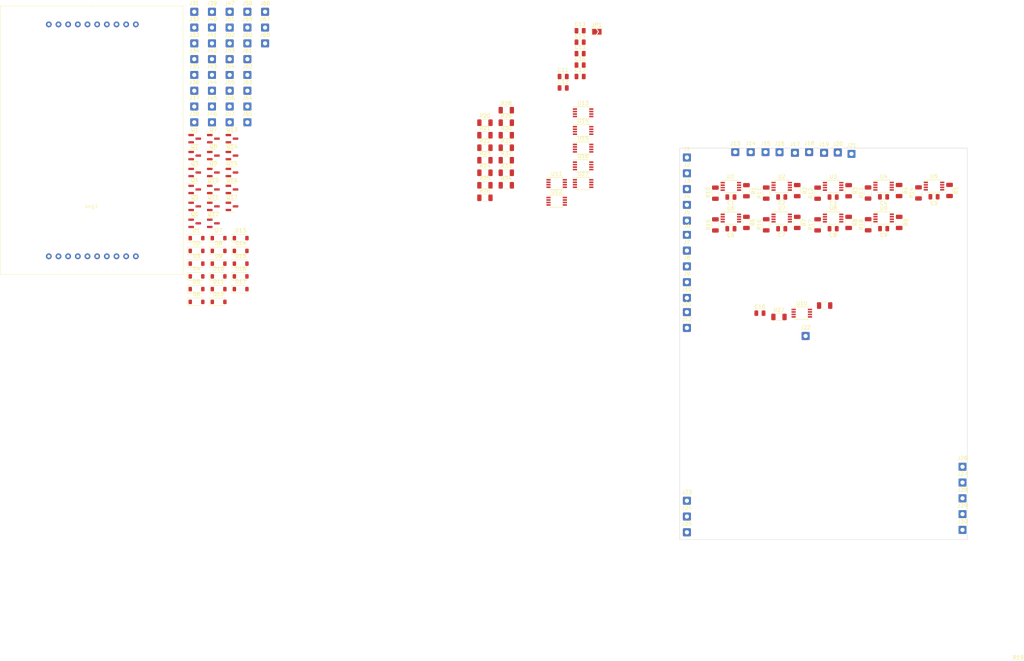
<source format=kicad_pcb>
(kicad_pcb (version 20221018) (generator pcbnew)
  (layers (0 "F.Cu" signal) (31 "B.Cu" signal) (34 "B.Paste" user) (35 "F.Paste" user) (36 "B.SilkS" user "B.Silkscreen") (37 "F.SilkS" user "F.Silkscreen") (38 "B.Mask" user) (39 "F.Mask" user) (44 "Edge.Cuts" user))
  (net 0 "")
  (net 1 "Net-(Q1-D)")
  (net 2 "Net-(seg1-A1)")
  (net 3 "Net-(Q2-D)")
  (net 4 "Net-(seg1-A2)")
  (net 5 "Net-(Q3-D)")
  (net 6 "Net-(seg1-B)")
  (net 7 "Net-(Q4-D)")
  (net 8 "Net-(seg1-C)")
  (net 9 "Net-(Q5-D)")
  (net 10 "Net-(seg1-D1)")
  (net 11 "Net-(Q6-D)")
  (net 12 "Net-(seg1-D2)")
  (net 13 "Net-(Q7-D)")
  (net 14 "Net-(seg1-E)")
  (net 15 "Net-(Q8-D)")
  (net 16 "Net-(seg1-F)")
  (net 17 "Net-(Q9-D)")
  (net 18 "Net-(seg1-G1)")
  (net 19 "Net-(Q10-D)")
  (net 20 "Net-(seg1-G2)")
  (net 21 "Net-(Q11-D)")
  (net 22 "Net-(seg1-H)")
  (net 23 "Net-(Q12-D)")
  (net 24 "Net-(seg1-I)")
  (net 25 "Net-(Q13-D)")
  (net 26 "Net-(seg1-J)")
  (net 27 "Net-(Q14-D)")
  (net 28 "Net-(seg1-K)")
  (net 29 "Net-(Q15-D)")
  (net 30 "Net-(seg1-L)")
  (net 31 "Net-(Q16-D)")
  (net 32 "Net-(seg1-M)")
  (net 33 "Net-(Q17-D)")
  (net 34 "Net-(seg1-DP)")
  (net 35 "Net-(J13-Pin_1)")
  (net 36 "GND")
  (net 37 "Net-(J14-Pin_1)")
  (net 38 "Net-(J15-Pin_1)")
  (net 39 "Net-(J16-Pin_1)")
  (net 40 "Net-(J17-Pin_1)")
  (net 41 "Net-(J18-Pin_1)")
  (net 42 "Net-(J19-Pin_1)")
  (net 43 "Net-(J20-Pin_1)")
  (net 44 "Q_D")
  (net 45 "Net-(J22-Pin_1)")
  (net 46 "Net-(J23-Pin_1)")
  (net 47 "Net-(J24-Pin_1)")
  (net 48 "Net-(J25-Pin_1)")
  (net 49 "Net-(J26-Pin_1)")
  (net 50 "Net-(J27-Pin_1)")
  (net 51 "Net-(J28-Pin_1)")
  (net 52 "DP")
  (net 53 "Net-(U1-PR)")
  (net 54 "Net-(U2-PR)")
  (net 55 "Net-(U3-PR)")
  (net 56 "Net-(U4-PR)")
  (net 57 "Net-(U5-PR)")
  (net 58 "Net-(U6-PR)")
  (net 59 "Net-(U7-PR)")
  (net 60 "Net-(U8-PR)")
  (net 61 "Net-(U9-PR)")
  (net 62 "Net-(U1-Q-)")
  (net 63 "Net-(U2-Q-)")
  (net 64 "Net-(U3-Q-)")
  (net 65 "Net-(U4-Q-)")
  (net 66 "Net-(U5-Q-)")
  (net 67 "Net-(U6-Q-)")
  (net 68 "Net-(U7-Q-)")
  (net 69 "Net-(U8-Q-)")
  (net 70 "Net-(U9-Q-)")
  (net 71 "Net-(U10-PR)")
  (net 72 "Net-(U11-PR)")
  (net 73 "Net-(U12-PR)")
  (net 74 "Net-(U13-PR)")
  (net 75 "Net-(U14-PR)")
  (net 76 "Net-(U15-PR)")
  (net 77 "Net-(U16-PR)")
  (net 78 "Net-(U17-PR)")
  (net 79 "Net-(U10-Q-)")
  (net 80 "Net-(U11-Q-)")
  (net 81 "Net-(U12-Q-)")
  (net 82 "Net-(U13-Q-)")
  (net 83 "Net-(U14-Q-)")
  (net 84 "Net-(U15-Q-)")
  (net 85 "Net-(U16-Q-)")
  (net 86 "Net-(U17-Q-)")
  (net 87 "+5V")
  (net 88 "CK")
  (net 89 "deta")
  (net 90 "CLR")
  (net 91 "OF")
  (net 92 "Net-(J29-Pin_1)")
  (net 93 "Net-(J30-Pin_1)")
  (net 94 "Net-(J31-Pin_1)")
  (net 95 "Net-(J32-Pin_1)")
  (net 96 "Net-(J33-Pin_1)")
  (net 97 "Net-(J34-Pin_1)")
  (net 98 "Net-(J35-Pin_1)")
  (net 99 "Net-(J36-Pin_1)")
  (net 100 "Net-(J37-Pin_1)")
  (net 101 "Net-(J38-Pin_1)")
  (net 102 "Net-(J39-Pin_1)")
  (net 103 "Net-(J40-Pin_1)")
  (net 104 "Net-(J41-Pin_1)")
  (net 105 "Net-(J42-Pin_1)")
  (net 106 "Net-(J43-Pin_1)")
  (net 107 "Net-(J44-Pin_1)")
  (net 108 "Net-(J45-Pin_1)")
  (net 109 "Net-(J46-Pin_1)")
  (net 110 "Net-(J47-Pin_1)")
  (net 111 "+5F")
  (net 112 "deta_LED")
  (net 113 "DP_LED")
  (net 114 "OF_LED")
  (net 115 "CLR_LED")
  (net 116 "CK_LED")
  (net 117 "GND2")
  (footprint "Resistor_SMD:R_1206_3216Metric" (layer "F.Cu") (at 253.3 80.4625 90)
    (fp_text reference "R8" (at 0 1.775 90) (layer "F.SilkS"))
    (fp_text value "10k")
    (pad "1" smd roundrect (at -1.4625 0 90) (size 1.125 1.75) (layers "F.Cu" "F.Paste" "F.Mask") (roundrect_rratio 0.222222) (net 36 "GND"))
    (pad "2" smd roundrect (at 1.4625 0 90) (size 1.125 1.75) (layers "F.Cu" "F.Paste" "F.Mask") (roundrect_rratio 0.222222) (net 60 "Net-(U8-PR)"))
  )
  (footprint "Diode_SMD:D_SOD-123" (layer "F.Cu") (at 82.02 101.355)
    (fp_text reference "D6" (at 0 -2) (layer "F.SilkS"))
    (fp_text value "NSI45015WT1G")
    (pad "1" smd roundrect (at -1.65 0) (size 0.9 1.2) (layers "F.Cu" "F.Paste" "F.Mask") (net 11 "Net-(Q6-D)"))
    (pad "2" smd roundrect (at 1.65 0) (size 0.9 1.2) (layers "F.Cu" "F.Paste" "F.Mask") (net 12 "Net-(seg1-D2)"))
  )
  (footprint "Connector_Wire:SolderWire-0.5sqmm_1x01_D0.9mm_OD2.1mm" (layer "F.Cu") (at 95.375 50.005)
    (fp_text reference "J64" (at 0 -2.25) (layer "F.SilkS"))
    (fp_text value "deta")
    (pad "1" thru_hole roundrect (at 0 0) (size 2.1 2.1) (drill 1.1) (layers "*.Cu" "*.Mask") (roundrect_rratio 0.119048) (net 112 "deta_LED"))
  )
  (footprint "Resistor_SMD:R_1206_3216Metric" (layer "F.Cu") (at 231.65 72.7625 90)
    (fp_text reference "R11" (at 0 -1.82 90) (layer "F.SilkS"))
    (fp_text value "10k")
    (pad "1" smd roundrect (at -1.4625 0 90) (size 1.125 1.75) (layers "F.Cu" "F.Paste" "F.Mask") (roundrect_rratio 0.222222) (net 36 "GND"))
    (pad "2" smd roundrect (at 1.4625 0 90) (size 1.125 1.75) (layers "F.Cu" "F.Paste" "F.Mask") (roundrect_rratio 0.222222) (net 63 "Net-(U2-Q-)"))
  )
  (footprint "Diode_SMD:D_SOD-123" (layer "F.Cu") (at 93.61 91.305)
    (fp_text reference "D15" (at 0 -2) (layer "F.SilkS"))
    (fp_text value "NSI45015WT1G")
    (pad "1" smd roundrect (at -1.65 0) (size 0.9 1.2) (layers "F.Cu" "F.Paste" "F.Mask") (net 29 "Net-(Q15-D)"))
    (pad "2" smd roundrect (at 1.65 0) (size 0.9 1.2) (layers "F.Cu" "F.Paste" "F.Mask") (net 30 "Net-(seg1-L)"))
  )
  (footprint "Resistor_SMD:R_1206_3216Metric" (layer "F.Cu") (at 271.65 72.7125 90)
    (fp_text reference "R14" (at 0 -1.82 90) (layer "F.SilkS"))
    (fp_text value "10k")
    (pad "1" smd roundrect (at -1.4625 0 90) (size 1.125 1.75) (layers "F.Cu" "F.Paste" "F.Mask") (roundrect_rratio 0.222222) (net 36 "GND"))
    (pad "2" smd roundrect (at 1.4625 0 90) (size 1.125 1.75) (layers "F.Cu" "F.Paste" "F.Mask") (roundrect_rratio 0.222222) (net 66 "Net-(U5-Q-)"))
  )
  (footprint "Package_TO_SOT_SMD:SOT-23" (layer "F.Cu") (at 91.325 62.905)
    (fp_text reference "Q14" (at 0 -2.4) (layer "F.SilkS"))
    (fp_text value "BSS138")
    (pad "1" smd roundrect (at -0.9375 -0.95) (size 1.475 0.6) (layers "F.Cu" "F.Paste" "F.Mask") (net 107 "Net-(J44-Pin_1)"))
    (pad "2" smd roundrect (at -0.9375 0.95) (size 1.475 0.6) (layers "F.Cu" "F.Paste" "F.Mask") (net 117 "GND2"))
    (pad "3" smd roundrect (at 0.9375 0) (size 1.475 0.6) (layers "F.Cu" "F.Paste" "F.Mask") (net 27 "Net-(Q14-D)"))
  )
  (footprint "Connector_Wire:SolderWire-0.5sqmm_1x01_D0.9mm_OD2.1mm" (layer "F.Cu") (at 86.075 33.405)
    (fp_text reference "J41" (at 0 -2.25) (layer "F.SilkS"))
    (fp_text value "H")
    (pad "1" thru_hole roundrect (at 0 0) (size 2.1 2.1) (drill 1.1) (layers "*.Cu" "*.Mask") (roundrect_rratio 0.119048) (net 104 "Net-(J41-Pin_1)"))
  )
  (footprint "Capacitor_SMD:C_0805_2012Metric" (layer "F.Cu") (at 178.32 45.13)
    (fp_text reference "C12" (at 0 -1.68) (layer "F.SilkS"))
    (fp_text value "C")
    (pad "1" smd roundrect (at -0.95 0) (size 1 1.45) (layers "F.Cu" "F.Paste" "F.Mask") (net 87 "+5V"))
    (pad "2" smd roundrect (at 0.95 0) (size 1 1.45) (layers "F.Cu" "F.Paste" "F.Mask") (net 36 "GND"))
  )
  (footprint "Diode_SMD:D_SOD-123" (layer "F.Cu") (at 82.02 98.005)
    (fp_text reference "D5" (at 0 -2) (layer "F.SilkS"))
    (fp_text value "NSI45015WT1G")
    (pad "1" smd roundrect (at -1.65 0) (size 0.9 1.2) (layers "F.Cu" "F.Paste" "F.Mask") (net 9 "Net-(Q5-D)"))
    (pad "2" smd roundrect (at 1.65 0) (size 0.9 1.2) (layers "F.Cu" "F.Paste" "F.Mask") (net 10 "Net-(seg1-D1)"))
  )
  (footprint "Resistor_SMD:R_1206_3216Metric" (layer "F.Cu") (at 245.15 81.1125 90)
    (fp_text reference "R17" (at 0 -1.82 90) (layer "F.SilkS"))
    (fp_text value "10k")
    (pad "1" smd roundrect (at -1.4625 0 90) (size 1.125 1.75) (layers "F.Cu" "F.Paste" "F.Mask") (roundrect_rratio 0.222222) (net 36 "GND"))
    (pad "2" smd roundrect (at 1.4625 0 90) (size 1.125 1.75) (layers "F.Cu" "F.Paste" "F.Mask") (roundrect_rratio 0.222222) (net 69 "Net-(U8-Q-)"))
  )
  (footprint "Capacitor_SMD:C_0805_2012Metric" (layer "F.Cu") (at 222.375 82.125 180)
    (fp_text reference "C6" (at 0 -1.68) (layer "F.SilkS"))
    (fp_text value "C")
    (pad "1" smd roundrect (at -0.95 0 180) (size 1 1.45) (layers "F.Cu" "F.Paste" "F.Mask") (net 87 "+5V"))
    (pad "2" smd roundrect (at 0.95 0 180) (size 1 1.45) (layers "F.Cu" "F.Paste" "F.Mask") (net 36 "GND"))
  )
  (footprint "Connector_Wire:SolderWire-0.5sqmm_1x01_D0.9mm_OD2.1mm" (layer "F.Cu") (at 210.82 92.03)
    (fp_text reference "J8" (at 0 -2.25) (layer "F.SilkS"))
    (fp_text value "Conn_01x01")
    (pad "1" thru_hole roundrect (at 0 0) (size 2.1 2.1) (drill 1.1) (layers "*.Cu" "*.Mask") (roundrect_rratio 0.119048) (net 52 "DP"))
  )
  (footprint "Diode_SMD:D_SOD-123" (layer "F.Cu") (at 82.02 84.605)
    (fp_text reference "D1" (at 0 -2) (layer "F.SilkS"))
    (fp_text value "NSI45015WT1G")
    (pad "1" smd roundrect (at -1.65 0) (size 0.9 1.2) (layers "F.Cu" "F.Paste" "F.Mask") (net 1 "Net-(Q1-D)"))
    (pad "2" smd roundrect (at 1.65 0) (size 0.9 1.2) (layers "F.Cu" "F.Paste" "F.Mask") (net 2 "Net-(seg1-A1)"))
  )
  (footprint "Connector_Wire:SolderWire-0.5sqmm_1x01_D0.9mm_OD2.1mm" (layer "F.Cu") (at 86.075 41.705)
    (fp_text reference "J43" (at 0 -2.25) (layer "F.SilkS"))
    (fp_text value "J")
    (pad "1" thru_hole roundrect (at 0 0) (size 2.1 2.1) (drill 1.1) (layers "*.Cu" "*.Mask") (roundrect_rratio 0.119048) (net 106 "Net-(J43-Pin_1)"))
  )
  (footprint "Resistor_SMD:R_1206_3216Metric" (layer "F.Cu") (at 258.425 81.0875 90)
    (fp_text reference "R18" (at 0 -1.82 90) (layer "F.SilkS"))
    (fp_text value "10k")
    (pad "1" smd roundrect (at -1.4625 0 90) (size 1.125 1.75) (layers "F.Cu" "F.Paste" "F.Mask") (roundrect_rratio 0.222222) (net 36 "GND"))
    (pad "2" smd roundrect (at 1.4625 0 90) (size 1.125 1.75) (layers "F.Cu" "F.Paste" "F.Mask") (roundrect_rratio 0.222222) (net 70 "Net-(U9-Q-)"))
  )
  (footprint "Connector_Wire:SolderWire-0.5sqmm_1x01_D0.9mm_OD2.1mm" (layer "F.Cu") (at 90.725 33.405)
    (fp_text reference "J52" (at 0 -2.25) (layer "F.SilkS"))
    (fp_text value "VCC")
    (pad "1" thru_hole roundrect (at 0 0) (size 2.1 2.1) (drill 1.1) (layers "*.Cu" "*.Mask") (roundrect_rratio 0.119048) (net 111 "+5F"))
  )
  (footprint "Resistor_SMD:R_1206_3216Metric" (layer "F.Cu") (at 258.4 72.7375 90)
    (fp_text reference "R13" (at 0 -1.82 90) (layer "F.SilkS"))
    (fp_text value "10k")
    (pad "1" smd roundrect (at -1.4625 0 90) (size 1.125 1.75) (layers "F.Cu" "F.Paste" "F.Mask") (roundrect_rratio 0.222222) (net 36 "GND"))
    (pad "2" smd roundrect (at 1.4625 0 90) (size 1.125 1.75) (layers "F.Cu" "F.Paste" "F.Mask") (roundrect_rratio 0.222222) (net 65 "Net-(U4-Q-)"))
  )
  (footprint "Diode_SMD:D_SOD-123" (layer "F.Cu") (at 82.02 94.655)
    (fp_text reference "D4" (at 0 -2) (layer "F.SilkS"))
    (fp_text value "NSI45015WT1G")
    (pad "1" smd roundrect (at -1.65 0) (size 0.9 1.2) (layers "F.Cu" "F.Paste" "F.Mask") (net 7 "Net-(Q4-D)"))
    (pad "2" smd roundrect (at 1.65 0) (size 0.9 1.2) (layers "F.Cu" "F.Paste" "F.Mask") (net 8 "Net-(seg1-C)"))
  )
  (footprint "Resistor_SMD:R_1206_3216Metric" (layer "F.Cu") (at 157.77 67.42)
    (fp_text reference "R24" (at 0 -1.82) (layer "F.SilkS"))
    (fp_text value "10k")
    (pad "1" smd roundrect (at -1.4625 0) (size 1.125 1.75) (layers "F.Cu" "F.Paste" "F.Mask") (roundrect_rratio 0.222222) (net 36 "GND"))
    (pad "2" smd roundrect (at 1.4625 0) (size 1.125 1.75) (layers "F.Cu" "F.Paste" "F.Mask") (roundrect_rratio 0.222222) (net 76 "Net-(U15-PR)"))
  )
  (footprint "Connector_Wire:SolderWire-0.5sqmm_1x01_D0.9mm_OD2.1mm" (layer "F.Cu") (at 90.725 45.855)
    (fp_text reference "J55" (at 0 -2.25) (layer "F.SilkS"))
    (fp_text value "OF")
    (pad "1" thru_hole roundrect (at 0 0) (size 2.1 2.1) (drill 1.1) (layers "*.Cu" "*.Mask") (roundrect_rratio 0.119048) (net 114 "OF_LED"))
  )
  (footprint "Connector_Wire:SolderWire-0.5sqmm_1x01_D0.9mm_OD2.1mm" (layer "F.Cu") (at 210.82 67.56)
    (fp_text reference "J2" (at 0 -2.25) (layer "F.SilkS"))
    (fp_text value "Conn_01x01")
    (pad "1" thru_hole roundrect (at 0 0) (size 2.1 2.1) (drill 1.1) (layers "*.Cu" "*.Mask") (roundrect_rratio 0.119048) (net 89 "deta"))
  )
  (footprint "Package_SO:TSSOP-8_3x3mm_P0.65mm" (layer "F.Cu") (at 222.375 71)
    (fp_text reference "U1" (at 0 -2.625) (layer "F.SilkS"))
    (fp_text value "~")
    (pad "1" smd rect (at -2.15 -0.975) (size 1.1 0.4) (layers "F.Cu" "F.Paste" "F.Mask") (net 88 "CK"))
    (pad "2" smd rect (at -2.15 -0.325) (size 1.1 0.4) (layers "F.Cu" "F.Paste" "F.Mask") (net 89 "deta"))
    (pad "3" smd rect (at -2.15 0.325) (size 1.1 0.4) (layers "F.Cu" "F.Paste" "F.Mask") (net 62 "Net-(U1-Q-)"))
    (pad "4" smd rect (at -2.15 0.975) (size 1.1 0.4) (layers "F.Cu" "F.Paste" "F.Mask") (net 36 "GND"))
    (pad "5" smd rect (at 2.15 0.975) (size 1.1 0.4) (layers "F.Cu" "F.Paste" "F.Mask") (net 35 "Net-(J13-Pin_1)"))
    (pad "6" smd rect (at 2.15 0.325) (size 1.1 0.4) (layers "F.Cu" "F.Paste" "F.Mask") (net 90 "CLR"))
    (pad "7" smd rect (at 2.15 -0.325) (size 1.1 0.4) (layers "F.Cu" "F.Paste" "F.Mask") (net 53 "Net-(U1-PR)"))
    (pad "8" smd rect (at 2.15 -0.975) (size 1.1 0.4) (layers "F.Cu" "F.Paste" "F.Mask") (net 87 "+5V"))
  )
  (footprint "Connector_Wire:SolderWire-0.5sqmm_1x01_D0.9mm_OD2.1mm" (layer "F.Cu") (at 86.075 50.005)
    (fp_text reference "J45" (at 0 -2.25) (layer "F.SilkS"))
    (fp_text value "L")
    (pad "1" thru_hole roundrect (at 0 0) (size 2.1 2.1) (drill 1.1) (layers "*.Cu" "*.Mask") (roundrect_rratio 0.119048) (net 108 "Net-(J45-Pin_1)"))
  )
  (footprint "Diode_SMD:D_SOD-123" (layer "F.Cu") (at 93.61 98.005)
    (fp_text reference "D17" (at 0 -2) (layer "F.SilkS"))
    (fp_text value "NSI45015WT1G")
    (pad "1" smd roundrect (at -1.65 0) (size 0.9 1.2) (layers "F.Cu" "F.Paste" "F.Mask") (net 33 "Net-(Q17-D)"))
    (pad "2" smd roundrect (at 1.65 0) (size 0.9 1.2) (layers "F.Cu" "F.Paste" "F.Mask") (net 34 "Net-(seg1-DP)"))
  )
  (footprint "Connector_Wire:SolderWire-0.5sqmm_1x01_D0.9mm_OD2.1mm" (layer "F.Cu") (at 210.82 100.33)
    (fp_text reference "J10" (at 0 -2.25) (layer "F.SilkS"))
    (fp_text value "Conn_01x01")
    (pad "1" thru_hole roundrect (at 0 0) (size 2.1 2.1) (drill 1.1) (layers "*.Cu" "*.Mask") (roundrect_rratio 0.119048) (net 90 "CLR"))
  )
  (footprint "Package_TO_SOT_SMD:SOT-23" (layer "F.Cu") (at 91.325 58.455)
    (fp_text reference "Q13" (at 0 -2.4) (layer "F.SilkS"))
    (fp_text value "BSS138")
    (pad "1" smd roundrect (at -0.9375 -0.95) (size 1.475 0.6) (layers "F.Cu" "F.Paste" "F.Mask") (net 106 "Net-(J43-Pin_1)"))
    (pad "2" smd roundrect (at -0.9375 0.95) (size 1.475 0.6) (layers "F.Cu" "F.Paste" "F.Mask") (net 117 "GND2"))
    (pad "3" smd roundrect (at 0.9375 0) (size 1.475 0.6) (layers "F.Cu" "F.Paste" "F.Mask") (net 25 "Net-(Q13-D)"))
  )
  (footprint "Package_SO:TSSOP-8_3x3mm_P0.65mm" (layer "F.Cu") (at 249.225 79.325)
    (fp_text reference "U8" (at 0 -2.55) (layer "F.SilkS"))
    (fp_text value "~")
    (pad "1" smd rect (at -2.15 -0.975) (size 1.1 0.4) (layers "F.Cu" "F.Paste" "F.Mask") (net 88 "CK"))
    (pad "2" smd rect (at -2.15 -0.325) (size 1.1 0.4) (layers "F.Cu" "F.Paste" "F.Mask") (net 42 "Net-(J19-Pin_1)"))
    (pad "3" smd rect (at -2.15 0.325) (size 1.1 0.4) (layers "F.Cu" "F.Paste" "F.Mask") (net 69 "Net-(U8-Q-)"))
    (pad "4" smd rect (at -2.15 0.975) (size 1.1 0.4) (layers "F.Cu" "F.Paste" "F.Mask") (net 36 "GND"))
    (pad "5" smd rect (at 2.15 0.975) (size 1.1 0.4) (layers "F.Cu" "F.Paste" "F.Mask") (net 43 "Net-(J20-Pin_1)"))
    (pad "6" smd rect (at 2.15 0.325) (size 1.1 0.4) (layers "F.Cu" "F.Paste" "F.Mask") (net 90 "CLR"))
    (pad "7" smd rect (at 2.15 -0.325) (size 1.1 0.4) (layers "F.Cu" "F.Paste" "F.Mask") (net 60 "Net-(U8-PR)"))
    (pad "8" smd rect (at 2.15 -0.975) (size 1.1 0.4) (layers "F.Cu" "F.Paste" "F.Mask") (net 87 "+5V"))
  )
  (footprint "Package_TO_SOT_SMD:SOT-23" (layer "F.Cu") (at 91.325 71.805)
    (fp_text reference "Q16" (at 0 -2.4) (layer "F.SilkS"))
    (fp_text value "BSS138")
    (pad "1" smd roundrect (at -0.9375 -0.95) (size 1.475 0.6) (layers "F.Cu" "F.Paste" "F.Mask") (net 109 "Net-(J46-Pin_1)"))
    (pad "2" smd roundrect (at -0.9375 0.95) (size 1.475 0.6) (layers "F.Cu" "F.Paste" "F.Mask") (net 117 "GND2"))
    (pad "3" smd roundrect (at 0.9375 0) (size 1.475 0.6) (layers "F.Cu" "F.Paste" "F.Mask") (net 31 "Net-(Q16-D)"))
  )
  (footprint "Package_TO_SOT_SMD:SOT-23" (layer "F.Cu") (at 86.435 80.705)
    (fp_text reference "Q12" (at 0 -2.4) (layer "F.SilkS"))
    (fp_text value "BSS138")
    (pad "1" smd roundrect (at -0.9375 -0.95) (size 1.475 0.6) (layers "F.Cu" "F.Paste" "F.Mask") (net 105 "Net-(J42-Pin_1)"))
    (pad "2" smd roundrect (at -0.9375 0.95) (size 1.475 0.6) (layers "F.Cu" "F.Paste" "F.Mask") (net 117 "GND2"))
    (pad "3" smd roundrect (at 0.9375 0) (size 1.475 0.6) (layers "F.Cu" "F.Paste" "F.Mask") (net 23 "Net-(Q12-D)"))
  )
  (footprint "Resistor_SMD:R_1206_3216Metric" (layer "F.Cu") (at 163.38 64.13)
    (fp_text reference "R32" (at 0 -1.82) (layer "F.SilkS"))
    (fp_text value "10k")
    (pad "1" smd roundrect (at -1.4625 0) (size 1.125 1.75) (layers "F.Cu" "F.Paste" "F.Mask") (roundrect_rratio 0.222222) (net 36 "GND"))
    (pad "2" smd roundrect (at 1.4625 0) (size 1.125 1.75) (layers "F.Cu" "F.Paste" "F.Mask") (roundrect_rratio 0.222222) (net 84 "Net-(U15-Q-)"))
  )
  (footprint "Resistor_SMD:R_1206_3216Metric" (layer "F.Cu") (at 245.15 72.7875 90)
    (fp_text reference "R12" (at 0 -1.82 90) (layer "F.SilkS"))
    (fp_text value "10k")
    (pad "1" smd roundrect (at -1.4625 0 90) (size 1.125 1.75) (layers "F.Cu" "F.Paste" "F.Mask") (roundrect_rratio 0.222222) (net 36 "GND"))
    (pad "2" smd roundrect (at 1.4625 0 90) (size 1.125 1.75) (layers "F.Cu" "F.Paste" "F.Mask") (roundrect_rratio 0.222222) (net 64 "Net-(U3-Q-)"))
  )
  (footprint "Connector_Wire:SolderWire-0.5sqmm_1x01_D0.9mm_OD2.1mm" (layer "F.Cu") (at 95.375 25.105)
    (fp_text reference "J58" (at 0 -2.25) (layer "F.SilkS"))
    (fp_text value "CLR")
    (pad "1" thru_hole roundrect (at 0 0) (size 2.1 2.1) (drill 1.1) (layers "*.Cu" "*.Mask") (roundrect_rratio 0.119048) (net 115 "CLR_LED"))
  )
  (footprint "Diode_SMD:D_SOD-123" (layer "F.Cu") (at 87.815 84.605)
    (fp_text reference "D7" (at 0 -2) (layer "F.SilkS"))
    (fp_text value "NSI45015WT1G")
    (pad "1" smd roundrect (at -1.65 0) (size 0.9 1.2) (layers "F.Cu" "F.Paste" "F.Mask") (net 13 "Net-(Q7-D)"))
    (pad "2" smd roundrect (at 1.65 0) (size 0.9 1.2) (layers "F.Cu" "F.Paste" "F.Mask") (net 14 "Net-(seg1-E)"))
  )
  (footprint "Package_SO:TSSOP-8_3x3mm_P0.65mm" (layer "F.Cu") (at 183.56 70.25)
    (fp_text reference "U17" (at 0 -2.55) (layer "F.SilkS"))
    (fp_text value "~")
    (pad "1" smd rect (at -2.15 -0.975) (size 1.1 0.4) (layers "F.Cu" "F.Paste" "F.Mask") (net 88 "CK"))
    (pad "2" smd rect (at -2.15 -0.325) (size 1.1 0.4) (layers "F.Cu" "F.Paste" "F.Mask") (net 51 "Net-(J28-Pin_1)"))
    (pad "3" smd rect (at -2.15 0.325) (size 1.1 0.4) (layers "F.Cu" "F.Paste" "F.Mask") (net 86 "Net-(U17-Q-)"))
    (pad "4" smd rect (at -2.15 0.975) (size 1.1 0.4) (layers "F.Cu" "F.Paste" "F.Mask") (net 36 "GND"))
    (pad "5" smd rect (at 2.15 0.975) (size 1.1 0.4) (layers "F.Cu" "F.Paste" "F.Mask") (net 92 "Net-(J29-Pin_1)"))
    (pad "6" smd rect (at 2.15 0.325) (size 1.1 0.4) (layers "F.Cu" "F.Paste" "F.Mask") (net 90 "CLR"))
    (pad "7" smd rect (at 2.15 -0.325) (size 1.1 0.4) (layers "F.Cu" "F.Paste" "F.Mask") (net 78 "Net-(U17-PR)"))
    (pad "8" smd rect (at 2.15 -0.975) (size 1.1 0.4) (layers "F.Cu" "F.Paste" "F.Mask") (net 87 "+5V"))
  )
  (footprint "Resistor_SMD:R_1206_3216Metric" (layer "F.Cu") (at 247 102.325)
    (fp_text reference "R19" (at 50.8 92.535) (layer "F.SilkS"))
    (fp_text value "10k")
    (pad "1" smd roundrect (at -1.4625 0) (size 1.125 1.75) (layers "F.Cu" "F.Paste" "F.Mask") (roundrect_rratio 0.222222) (net 36 "GND"))
    (pad "2" smd roundrect (at 1.4625 0) (size 1.125 1.75) (layers "F.Cu" "F.Paste" "F.Mask") (roundrect_rratio 0.222222) (net 71 "Net-(U10-PR)"))
  )
  (footprint "Capacitor_SMD:C_0805_2012Metric" (layer "F.Cu") (at 178.32 42.12)
    (fp_text reference "C11" (at 0 -1.68) (layer "F.SilkS"))
    (fp_text value "C")
    (pad "1" smd roundrect (at -0.95 0) (size 1 1.45) (layers "F.Cu" "F.Paste" "F.Mask") (net 87 "+5V"))
    (pad "2" smd roundrect (at 0.95 0) (size 1 1.45) (layers "F.Cu" "F.Paste" "F.Mask") (net 36 "GND"))
  )
  (footprint "Diode_SMD:D_SOD-123" (layer "F.Cu") (at 87.815 101.355)
    (fp_text reference "D12" (at 0 -2) (layer "F.SilkS"))
    (fp_text value "NSI45015WT1G")
    (pad "1" smd roundrect (at -1.65 0) (size 0.9 1.2) (layers "F.Cu" "F.Paste" "F.Mask") (net 23 "Net-(Q12-D)"))
    (pad "2" smd roundrect (at 1.65 0) (size 0.9 1.2) (layers "F.Cu" "F.Paste" "F.Mask") (net 24 "Net-(seg1-I)"))
  )
  (footprint "Resistor_SMD:R_1206_3216Metric" (layer "F.Cu") (at 163.38 67.42)
    (fp_text reference "R33" (at 0 -1.82) (layer "F.SilkS"))
    (fp_text value "10k")
    (pad "1" smd roundrect (at -1.4625 0) (size 1.125 1.75) (layers "F.Cu" "F.Paste" "F.Mask") (roundrect_rratio 0.222222) (net 36 "GND"))
    (pad "2" smd roundrect (at 1.4625 0) (size 1.125 1.75) (layers "F.Cu" "F.Paste" "F.Mask") (roundrect_rratio 0.222222) (net 85 "Net-(U16-Q-)"))
  )
  (footprint "Diode_SMD:D_SOD-123" (layer "F.Cu") (at 93.61 84.605)
    (fp_text reference "D13" (at 0 -2) (layer "F.SilkS"))
    (fp_text value "NSI45015WT1G")
    (pad "1" smd roundrect (at -1.65 0) (size 0.9 1.2) (layers "F.Cu" "F.Paste" "F.Mask") (net 25 "Net-(Q13-D)"))
    (pad "2" smd roundrect (at 1.65 0) (size 0.9 1.2) (layers "F.Cu" "F.Paste" "F.Mask") (net 26 "Net-(seg1-J)"))
  )
  (footprint "Capacitor_SMD:C_0805_2012Metric" (layer "F.Cu") (at 262.5 82.1 180)
    (fp_text reference "C9" (at 0 -1.68) (layer "F.SilkS"))
    (fp_text value "C")
    (pad "1" smd roundrect (at -0.95 0 180) (size 1 1.45) (layers "F.Cu" "F.Paste" "F.Mask") (net 87 "+5V"))
    (pad "2" smd roundrect (at 0.95 0 180) (size 1 1.45) (layers "F.Cu" "F.Paste" "F.Mask") (net 36 "GND"))
  )
  (footprint "Resistor_SMD:R_1206_3216Metric" (layer "F.Cu") (at 279.8 72.0625 90)
    (fp_text reference "R5" (at 0 1.775 90) (layer "F.SilkS"))
    (fp_text value "10k")
    (pad "1" smd roundrect (at -1.4625 0 90) (size 1.125 1.75) (layers "F.Cu" "F.Paste" "F.Mask") (roundrect_rratio 0.222222) (net 36 "GND"))
    (pad "2" smd roundrect (at 1.4625 0 90) (size 1.125 1.75) (layers "F.Cu" "F.Paste" "F.Mask") (roundrect_rratio 0.222222) (net 57 "Net-(U5-PR)"))
  )
  (footprint "Resistor_SMD:R_1206_3216Metric" (layer "F.Cu") (at 157.77 60.84)
    (fp_text reference "R22" (at 0 -1.82) (layer "F.SilkS"))
    (fp_text value "10k")
    (pad "1" smd roundrect (at -1.4625 0) (size 1.125 1.75) (layers "F.Cu" "F.Paste" "F.Mask") (roundrect_rratio 0.222222) (net 36 "GND"))
    (pad "2" smd roundrect (at 1.4625 0) (size 1.125 1.75) (layers "F.Cu" "F.Paste" "F.Mask") (roundrect_rratio 0.222222) (net 74 "Net-(U13-PR)"))
  )
  (footprint "Connector_Wire:SolderWire-0.5sqmm_1x01_D0.9mm_OD2.1mm" (layer "F.Cu") (at 239.2 62.175)
    (fp_text reference "J17" (at 0 -2.25) (layer "F.SilkS"))
    (fp_text value "D1")
    (pad "1" thru_hole roundrect (at 0 0) (size 2.1 2.1) (drill 1.1) (layers "*.Cu" "*.Mask") (roundrect_rratio 0.119048) (net 40 "Net-(J17-Pin_1)"))
  )
  (footprint "Package_TO_SOT_SMD:SOT-23" (layer "F.Cu") (at 86.435 67.355)
    (fp_text reference "Q9" (at 0 -2.4) (layer "F.SilkS"))
    (fp_text value "BSS138")
    (pad "1" smd roundrect (at -0.9375 -0.95) (size 1.475 0.6) (layers "F.Cu" "F.Paste" "F.Mask") (net 102 "Net-(J39-Pin_1)"))
    (pad "2" smd roundrect (at -0.9375 0.95) (size 1.475 0.6) (layers "F.Cu" "F.Paste" "F.Mask") (net 117 "GND2"))
    (pad "3" smd roundrect (at 0.9375 0) (size 1.475 0.6) (layers "F.Cu" "F.Paste" "F.Mask") (net 17 "Net-(Q9-D)"))
  )
  (footprint "Capacitor_SMD:C_0805_2012Metric" (layer "F.Cu") (at 182.77 30.08)
    (fp_text reference "C13" (at 0 -1.68) (layer "F.SilkS"))
    (fp_text value "C")
    (pad "1" smd roundrect (at -0.95 0) (size 1 1.45) (layers "F.Cu" "F.Paste" "F.Mask") (net 87 "+5V"))
    (pad "2" smd roundrect (at 0.95 0) (size 1 1.45) (layers "F.Cu" "F.Paste" "F.Mask") (net 36 "GND"))
  )
  (footprint "Connector_Wire:SolderWire-0.5sqmm_1x01_D0.9mm_OD2.1mm" (layer "F.Cu") (at 254.05 62.45)
    (fp_text reference "J21" (at 0 -2.25) (layer "F.SilkS"))
    (fp_text value "G1")
    (pad "1" thru_hole roundrect (at 0 0) (size 2.1 2.1) (drill 1.1) (layers "*.Cu" "*.Mask") (roundrect_rratio 0.119048) (net 44 "Q_D"))
  )
  (footprint "Connector_Wire:SolderWire-0.5sqmm_1x01_D0.9mm_OD2.1mm" (layer "F.Cu") (at 210.82 161.925)
    (fp_text reference "J25" (at 0 -2.25) (layer "F.SilkS"))
    (fp_text value "J")
    (pad "1" thru_hole roundrect (at 0 0) (size 2.1 2.1) (drill 1.1) (layers "*.Cu" "*.Mask") (roundrect_rratio 0.119048) (net 48 "Net-(J25-Pin_1)"))
  )
  (footprint "Resistor_SMD:R_1206_3216Metric" (layer "F.Cu") (at 266.575 80.4625 90)
    (fp_text reference "R9" (at 0 1.82 90) (layer "F.SilkS"))
    (fp_text value "10k")
    (pad "1" smd roundrect (at -1.4625 0 90) (size 1.125 1.75) (layers "F.Cu" "F.Paste" "F.Mask") (roundrect_rratio 0.222222) (net 36 "GND"))
    (pad "2" smd roundrect (at 1.4625 0 90) (size 1.125 1.75) (layers "F.Cu" "F.Paste" "F.Mask") (roundrect_rratio 0.222222) (net 61 "Net-(U9-PR)"))
  )
  (footprint "Resistor_SMD:R_1206_3216Metric" (layer "F.Cu") (at 266.55 72.0875 90)
    (fp_text reference "R4" (at -0.0125 1.825 90) (layer "F.SilkS"))
    (fp_text value "10k")
    (pad "1" smd roundrect (at -1.4625 0 90) (size 1.125 1.75) (layers "F.Cu" "F.Paste" "F.Mask") (roundrect_rratio 0.222222) (net 36 "GND"))
    (pad "2" smd roundrect (at 1.4625 0 90) (size 1.125 1.75) (layers "F.Cu" "F.Paste" "F.Mask") (roundrect_rratio 0.222222) (net 56 "Net-(U4-PR)"))
  )
  (footprint "Connector_Wire:SolderWire-0.5sqmm_1x01_D0.9mm_OD2.1mm" (layer "F.Cu") (at 90.725 50.005)
    (fp_text reference "J56" (at 0 -2.25) (layer "F.SilkS"))
    (fp_text value "OF")
    (pad "1" thru_hole roundrect (at 0 0) (size 2.1 2.1) (drill 1.1) (layers "*.Cu" "*.Mask") (roundrect_rratio 0.119048) (net 114 "OF_LED"))
  )
  (footprint "Connector_Wire:SolderWire-0.5sqmm_1x01_D0.9mm_OD2.1mm" (layer "F.Cu") (at 250.45 62.1)
    (fp_text reference "J20" (at 0 -2.25) (layer "F.SilkS"))
    (fp_text value "F")
    (pad "1" thru_hole roundrect (at 0 0) (size 2.1 2.1) (drill 1.1) (layers "*.Cu" "*.Mask") (roundrect_rratio 0.119048) (net 43 "Net-(J20-Pin_1)"))
  )
  (footprint "Connector_Wire:SolderWire-0.5sqmm_1x01_D0.9mm_OD2.1mm" (layer "F.Cu") (at 86.075 37.555)
    (fp_text reference "J42" (at 0 -2.25) (layer "F.SilkS"))
    (fp_text value "I")
    (pad "1" thru_hole roundrect (at 0 0) (size 2.1 2.1) (drill 1.1) (layers "*.Cu" "*.Mask") (roundrect_rratio 0.119048) (net 105 "Net-(J42-Pin_1)"))
  )
  (footprint "Library:16seg" (layer "F.Cu") (at 54.65 58.38)
    (fp_text reference "seg1" (at -0.16 17.8 unlocked) (layer "F.SilkS") (effects (font (thickness 0.1))))
    (fp_text value "~")
    (pad "1" thru_hole circle (at -11.43 31) (size 1.524 1.524) (drill 0.762) (layers "*.Cu" "*.Mask") (net 111 "+5F"))
    (pad "2" thru_hole circle (at -8.89 31) (size 1.524 1.524) (drill 0.762) (layers "*.Cu" "*.Mask") (net 18 "Net-(seg1-G1)"))
    (pad "3" thru_hole circle (at -6.35 31) (size 1.524 1.524) (drill 0.762) (layers "*.Cu" "*.Mask") (net 14 "Net-(seg1-E)"))
    (pad "4" thru_hole circle (at -3.81 31) (size 1.524 1.524) (drill 0.762) (layers "*.Cu" "*.Mask") (net 10 "Net-(seg1-D1)"))
    (pad "5" thru_hole circle (at -1.27 31) (size 1.524 1.524) (drill 0.762) (layers "*.Cu" "*.Mask") (net 32 "Net-(seg1-M)"))
    (pad "6" thru_hole circle (at 1.27 31) (size 1.524 1.524) (drill 0.762) (layers "*.Cu" "*.Mask") (net 30 "Net-(seg1-L)"))
    (pad "7" thru_hole circle (at 3.81 31) (size 1.524 1.524) (drill 0.762) (layers "*.Cu" "*.Mask") (net 12 "Net-(seg1-D2)"))
    (pad "8" thru_hole circle (at 6.35 31) (size 1.524 1.524) (drill 0.762) (layers "*.Cu" "*.Mask") (net 28 "Net-(seg1-K)"))
    (pad "9" thru_hole circle (at 8.89 31) (size 1.524 1.524) (drill 0.762) (layers "*.Cu" "*.Mask") (net 8 "Net-(seg1-C)"))
    (pad "10" thru_hole circle (at 11.43 31) (size 1.524 1.524) (drill 0.762) (layers "*.Cu" "*.Mask") (net 34 "Net-(seg1-DP)"))
    (pad "11" thru_hole circle (at 11.43 -29.96) (size 1.524 1.524) (drill 0.762) (layers "*.Cu" "*.Mask") (net 111 "+5F"))
    (pad "12" thru_hole circle (at 8.89 -29.96) (size 1.524 1.524) (drill 0.762) (layers "*.Cu" "*.Mask") (net 20 "Net-(seg1-G2)"))
    (pad "13" thru_hole circle (at 6.35 -29.96) (size 1.524 1.524) (drill 0.762) (layers "*.Cu" "*.Mask") (net 6 "Net-(seg1-B)"))
    (pad "14" thru_hole circle (at 3.81 -29.96) (size 1.524 1.524) (drill 0.762) (layers "*.Cu" "*.Mask") (net 4 "Net-(seg1-A2)"))
    (pad "15" thru_hole circle (at 1.27 -29.96) (size 1.524 1.524) (drill 0.762) (layers "*.Cu" "*.Mask") (net 26 "Net-(seg1-J)"))
    (pad "16" thru_hole circle (at -1.27 -29.96) (size 1.524 1.524) (drill 0.762) (layers "*.Cu" "*.Mask") (net 24 "Net-(seg1-I)"))
    (pad "17" thru_hole circle (at -3.81 -29.96) (size 1.524 1.524) (drill 0.762) (layers "*.Cu" "*.Mask") (net 2 "Net-(seg1-A1)"))
    (pad "18" thru_hole circle (at -6.35 -29.96) (size 1.524 1.524) (drill 0.762) (layers "*.Cu" "*.Mask") (net 22 "Net-(seg1-H)"))
    (pad "19" thru_hole circle (at -8.89 -29.96) (size 1.524 1.524) (drill 0.762) (layers "*.Cu" "*.Mask") (net 16 "Net-(seg1-F)"))
    (pad "20" thru_hole circle (at -11.43 -29.96) (size 1.524 1.524) (drill 0.762) (layers "*.Cu" "*.Mask"))
  )
  (footprint "Package_SO:TSSOP-8_3x3mm_P0.65mm" (layer "F.Cu") (at 262.5 79.3)
    (fp_text reference "U9" (at 0 -2.55) (layer "F.SilkS"))
    (fp_text value "~")
    (pad "1" smd rect (at -2.15 -0.975) (size 1.1 0.4) (layers "F.Cu" "F.Paste" "F.Mask") (net 88 "CK"))
    (pad "2" smd rect (at -2.15 -0.325) (size 1.1 0.4) (layers "F.Cu" "F.Paste" "F.Mask") (net 43 "Net-(J20-Pin_1)"))
    (pad "3" smd rect (at -2.15 0.325) (size 1.1 0.4) (layers "F.Cu" "F.Paste" "F.Mask") (net 70 "Net-(U9-Q-)"))
    (pad "4" smd rect (at -2.15 0.975) (size 1.1 0.4) (layers "F.Cu" "F.Paste" "F.Mask") (net 36 "GND"))
    (pad "5" smd rect (at 2.15 0.975) (size 1.1 0.4) (layers "F.Cu" "F.Paste" "F.Mask") (net 44 "Q_D"))
    (pad "6" smd rect (at 2.15 0.325) (size 1.1 0.4) (layers "F.Cu" "F.Paste" "F.Mask") (net 90 "CLR"))
    (pad "7" smd rect (at 2.15 -0.325) (size 1.1 0.4) (layers "F.Cu" "F.Paste" "F.Mask") (net 61 "Net-(U9-PR)"))
    (pad "8" smd rect (at 2.15 -0.975) (size 1.1 0.4) (layers "F.Cu" "F.Paste" "F.Mask") (net 87 "+5V"))
  )
  (footprint "Capacitor_SMD:C_0805_2012Metric" (layer "F.Cu") (at 249.225 82.125 180)
    (fp_text reference "C8" (at 0 -1.68) (layer "F.SilkS"))
    (fp_text value "C")
    (pad "1" smd roundrect (at -0.95 0 180) (size 1 1.45) (layers "F.Cu" "F.Paste" "F.Mask") (net 87 "+5V"))
    (pad "2" smd roundrect (at 0.95 0 180) (size 1 1.45) (layers "F.Cu" "F.Paste" "F.Mask") (net 36 "GND"))
  )
  (footprint "Connector_Wire:SolderWire-0.5sqmm_1x01_D0.9mm_OD2.1mm" (layer "F.Cu") (at 90.725 37.555)
    (fp_text reference "J53" (at 0 -2.25) (layer "F.SilkS"))
    (fp_text value "deta")
    (pad "1" thru_hole roundrect (at 0 0) (size 2.1 2.1) (drill 1.1) (layers "*.Cu" "*.Mask") (roundrect_rratio 0.119048) (net 112 "deta_LED"))
  )
  (footprint "Package_SO:TSSOP-8_3x3mm_P0.65mm" (layer "F.Cu") (at 176.61 74.9)
    (fp_text reference "U12" (at 0 -2.55) (layer "F.SilkS"))
    (fp_text value "~")
    (pad "1" smd rect (at -2.15 -0.975) (size 1.1 0.4) (layers "F.Cu" "F.Paste" "F.Mask") (net 88 "CK"))
    (pad "2" smd rect (at -2.15 -0.325) (size 1.1 0.4) (layers "F.Cu" "F.Paste" "F.Mask") (net 46 "Net-(J23-Pin_1)"))
    (pad "3" smd rect (at -2.15 0.325) (size 1.1 0.4) (layers "F.Cu" "F.Paste" "F.Mask") (net 81 "Net-(U12-Q-)"))
    (pad "4" smd rect (at -2.15 0.975) (size 1.1 0.4) (layers "F.Cu" "F.Paste" "F.Mask") (net 36 "GND"))
    (pad "5" smd rect (at 2.15 0.975) (size 1.1 0.4) (layers "F.Cu" "F.Paste" "F.Mask") (net 47 "Net-(J24-Pin_1)"))
    (pad "6" smd rect (at 2.15 0.325) (size 1.1 0.4) (layers "F.Cu" "F.Paste" "F.Mask") (net 90 "CLR"))
    (pad "7" smd rect (at 2.15 -0.325) (size 1.1 0.4) (layers "F.Cu" "F.Paste" "F.Mask") (net 73 "Net-(U12-PR)"))
    (pad "8" smd rect (at 2.15 -0.975) (size 1.1 0.4) (layers "F.Cu" "F.Paste" "F.Mask") (net 87 "+5V"))
  )
  (footprint "Connector_Wire:SolderWire-0.5sqmm_1x01_D0.9mm_OD2.1mm" (layer "F.Cu") (at 210.82 96.18)
    (fp_text reference "J9" (at 0 -2.25) (layer "F.SilkS"))
    (fp_text value "Conn_01x01")
    (pad "1" thru_hole roundrect (at 0 0) (size 2.1 2.1) (drill 1.1) (layers "*.Cu" "*.Mask") (roundrect_rratio 0.119048) (net 91 "OF"))
  )
  (footprint "Connector_Wire:SolderWire-0.5sqmm_1x01_D0.9mm_OD2.1mm" (layer "F.Cu") (at 90.725 25.105)
    (fp_text reference "J47" (at 0 -2.25) (layer "F.SilkS"))
    (fp_text value "DP")
    (pad "1" thru_hole roundrect (at 0 0) (size 2.1 2.1) (drill 1.1) (layers "*.Cu" "*.Mask") (roundrect_rratio 0.119048) (net 110 "Net-(J47-Pin_1)"))
  )
  (footprint "Connector_Wire:SolderWire-0.5sqmm_1x01_D0.9mm_OD2.1mm" (layer "F.Cu") (at 210.82 63.41)
    (fp_text reference "J1" (at 0 -2.25) (layer "F.SilkS"))
    (fp_text value "Conn_01x01")
    (pad "1" thru_hole roundrect (at 0 0) (size 2.1 2.1) (drill 1.1) (layers "*.Cu" "*.Mask") (roundrect_rratio 0.119048) (net 87 "+5V"))
  )
  (footprint "Diode_SMD:D_SOD-123" (layer "F.Cu") (at 93.61 94.655)
    (fp_text reference "D16" (at 0 -2) (layer "F.SilkS"))
    (fp_text value "NSI45015WT1G")
    (pad "1" smd roundrect (at -1.65 0) (size 0.9 1.2) (layers "F.Cu" "F.Paste" "F.Mask") (net 31 "Net-(Q16-D)"))
    (pad "2" smd roundrect (at 1.65 0) (size 0.9 1.2) (layers "F.Cu" "F.Paste" "F.Mask") (net 32 "Net-(seg1-M)"))
  )
  (footprint "Connector_Wire:SolderWire-0.5sqmm_1x01_D0.9mm_OD2.1mm" (layer "F.Cu") (at 90.725 41.705)
    (fp_text reference "J54" (at 0 -2.25) (layer "F.SilkS"))
    (fp_text value "DP")
    (pad "1" thru_hole roundrect (at 0 0) (size 2.1 2.1) (drill 1.1) (layers "*.Cu" "*.Mask") (roundrect_rratio 0.119048) (net 113 "DP_LED"))
  )
  (footprint "Diode_SMD:D_SOD-123" (layer "F.Cu") (at 82.02 87.955)
    (fp_text reference "D2" (at 0 -2) (layer "F.SilkS"))
    (fp_text value "NSI45015WT1G")
    (pad "1" smd roundrect (at -1.65 0) (size 0.9 1.2) (layers "F.Cu" "F.Paste" "F.Mask") (net 3 "Net-(Q2-D)"))
    (pad "2" smd roundrect (at 1.65 0) (size 0.9 1.2) (layers "F.Cu" "F.Paste" "F.Mask") (net 4 "Net-(seg1-A2)"))
  )
  (footprint "Resistor_SMD:R_1206_3216Metric" (layer "F.Cu") (at 218.3 72.7875 90)
    (fp_text reference "R10" (at 0.1925 -1.905 90) (layer "F.SilkS"))
    (fp_text value "10k")
    (pad "1" smd roundrect (at -1.4625 0 90) (size 1.125 1.75) (layers "F.Cu" "F.Paste" "F.Mask") (roundrect_rratio 0.222222) (net 36 "GND"))
    (pad "2" smd roundrect (at 1.4625 0 90) (size 1.125 1.75) (layers "F.Cu" "F.Paste" "F.Mask") (roundrect_rratio 0.222222) (net 62 "Net-(U1-Q-)"))
  )
  (footprint "Resistor_SMD:R_1206_3216Metric" (layer "F.Cu") (at 163.38 60.84)
    (fp_text reference "R31" (at 0 -1.82) (layer "F.SilkS"))
    (fp_text value "10k")
    (pad "1" smd roundrect (at -1.4625 0) (size 1.125 1.75) (layers "F.Cu" "F.Paste" "F.Mask") (roundrect_rratio 0.222222) (net 36 "GND"))
    (pad "2" smd roundrect (at 1.4625 0) (size 1.125 1.75) (layers "F.Cu" "F.Paste" "F.Mask") (roundrect_rratio 0.222222) (net 83 "Net-(U14-Q-)"))
  )
  (footprint "Capacitor_SMD:C_0805_2012Metric" (layer "F.Cu") (at 262.475 73.75 180)
    (fp_text reference "C4" (at 0 -1.68) (layer "F.SilkS"))
    (fp_text value "C")
    (pad "1" smd roundrect (at -0.95 0 180) (size 1 1.45) (layers "F.Cu" "F.Paste" "F.Mask") (net 87 "+5V"))
    (pad "2" smd roundrect (at 0.95 0 180) (size 1 1.45) (layers "F.Cu" "F.Paste" "F.Mask") (net 36 "GND"))
  )
  (footprint "Connector_Wire:SolderWire-0.5sqmm_1x01_D0.9mm_OD2.1mm" (layer "F.Cu") (at 95.375 29.255)
    (fp_text reference "J59" (at 0 -2.25) (layer "F.SilkS"))
    (fp_text value "CK")
    (pad "1" thru_hole roundrect (at 0 0) (size 2.1 2.1) (drill 1.1) (layers "*.Cu" "*.Mask") (roundrect_rratio 0.119048) (net 116 "CK_LED"))
  )
  (footprint "Package_SO:TSSOP-8_3x3mm_P0.65mm" (layer "F.Cu") (at 176.61 70.25)
    (fp_text reference "U11" (at 0 -2.55) (layer "F.SilkS"))
    (fp_text value "~")
    (pad "1" smd rect (at -2.15 -0.975) (size 1.1 0.4) (layers "F.Cu" "F.Paste" "F.Mask") (net 88 "CK"))
    (pad "2" smd rect (at -2.15 -0.325) (size 1.1 0.4) (layers "F.Cu" "F.Paste" "F.Mask") (net 45 "Net-(J22-Pin_1)"))
    (pad "3" smd rect (at -2.15 0.325) (size 1.1 0.4) (layers "F.Cu" "F.Paste" "F.Mask") (net 80 "Net-(U11-Q-)"))
    (pad "4" smd rect (at -2.15 0.975) (size 1.1 0.4) (layers "F.Cu" "F.Paste" "F.Mask") (net 36 "GND"))
    (pad "5" smd rect (at 2.15 0.975) (size 1.1 0.4) (layers "F.Cu" "F.Paste" "F.Mask") (net 46 "Net-(J23-Pin_1)"))
    (pad "6" smd rect (at 2.15 0.325) (size 1.1 0.4) (layers "F.Cu" "F.Paste" "F.Mask") (net 90 "CLR"))
    (pad "7" smd rect (at 2.15 -0.325) (size 1.1 0.4) (layers "F.Cu" "F.Paste" "F.Mask") (net 72 "Net-(U11-PR)"))
    (pad "8" smd rect (at 2.15 -0.975) (size 1.1 0.4) (layers "F.Cu" "F.Paste" "F.Mask") (net 87 "+5V"))
  )
  (footprint "Package_TO_SOT_SMD:SOT-23" (layer "F.Cu") (at 86.435 62.905)
    (fp_text reference "Q8" (at 0 -2.4) (layer "F.SilkS"))
    (fp_text value "BSS138")
    (pad "1" smd roundrect (at -0.9375 -0.95) (size 1.475 0.6) (layers "F.Cu" "F.Paste" "F.Mask") (net 101 "Net-(J38-Pin_1)"))
    (pad "2" smd roundrect (at -0.9375 0.95) (size 1.475 0.6) (layers "F.Cu" "F.Paste" "F.Mask") (net 117 "GND2"))
    (pad "3" smd roundrect (at 0.9375 0) (size 1.475 0.6) (layers "F.Cu" "F.Paste" "F.Mask") (net 15 "Net-(Q8-D)"))
  )
  (footprint "Capacitor_SMD:C_0805_2012Metric" (layer "F.Cu") (at 182.77 36.1)
    (fp_text reference "C15" (at 0 -1.68) (layer "F.SilkS"))
    (fp_text value "C")
    (pad "1" smd roundrect (at -0.95 0) (size 1 1.45) (layers "F.Cu" "F.Paste" "F.Mask") (net 87 "+5V"))
    (pad "2" smd roundrect (at 0.95 0) (size 1 1.45) (layers "F.Cu" "F.Paste" "F.Mask") (net 36 "GND"))
  )
  (footprint "Resistor_SMD:R_1206_3216Metric" (layer "F.Cu") (at 163.38 70.71)
    (fp_text reference "R34" (at 0 -1.82) (layer "F.SilkS"))
    (fp_text value "10k")
    (pad "1" smd roundrect (at -1.4625 0) (size 1.125 1.75) (layers "F.Cu" "F.Paste" "F.Mask") (roundrect_rratio 0.222222) (net 36 "GND"))
    (pad "2" smd roundrect (at 1.4625 0) (size 1.125 1.75) (layers "F.Cu" "F.Paste" "F.Mask") (roundrect_rratio 0.222222) (net 86 "Net-(U17-Q-)"))
  )
  (footprint "Capacitor_SMD:C_0805_2012Metric" (layer "F.Cu") (at 235.725 82.125 180)
    (fp_text reference "C7" (at 0.025 -1.625) (layer "F.SilkS"))
    (fp_text value "C")
    (pad "1" smd roundrect (at -0.95 0 180) (size 1 1.45) (layers "F.Cu" "F.Paste" "F.Mask") (net 87 "+5V"))
    (pad "2" smd roundrect (at 0.95 0 180) (size 1 1.45) (layers "F.Cu" "F.Paste" "F.Mask") (net 36 "GND"))
  )
  (footprint "Resistor_SMD:R_1206_3216Metric" (layer "F.Cu") (at 157.77 64.13)
    (fp_text reference "R23" (at 0 -1.82) (layer "F.SilkS"))
    (fp_text value "10k")
    (pad "1" smd roundrect (at -1.4625 0) (size 1.125 1.75) (layers "F.Cu" "F.Paste" "F.Mask") (roundrect_rratio 0.222222) (net 36 "GND"))
    (pad "2" smd roundrect (at 1.4625 0) (size 1.125 1.75) (layers "F.Cu" "F.Paste" "F.Mask") (roundrect_rratio 0.222222) (net 75 "Net-(U14-PR)"))
  )
  (footprint "Diode_SMD:D_SOD-123" (layer "F.Cu") (at 82.02 91.305)
    (fp_text reference "D3" (at 0 -2) (layer "F.SilkS"))
    (fp_text value "NSI45015WT1G")
    (pad "1" smd roundrect (at -1.65 0) (size 0.9 1.2) (layers "F.Cu" "F.Paste" "F.Mask") (net 5 "Net-(Q3-D)"))
    (pad "2" smd roundrect (at 1.65 0) (size 0.9 1.2) (layers "F.Cu" "F.Paste" "F.Mask") (net 6 "Net-(seg1-B)"))
  )
  (footprint "Connector_Wire:SolderWire-0.5sqmm_1x01_D0.9mm_OD2.1mm" (layer "F.Cu") (at 210.82 80.01)
    (fp_text reference "J5" (at 0 -2.25) (layer "F.SilkS"))
    (fp_text value "Conn_01x01")
    (pad "1" thru_hole roundrect (at 0 0) (size 2.1 2.1) (drill 1.1) (layers "*.Cu" "*.Mask") (roundrect_rratio 0.119048) (net 88 "CK"))
  )
  (footprint "Connector_Wire:SolderWire-0.5sqmm_1x01_D0.9mm_OD2.1mm" (layer "F.Cu") (at 231.475 61.975)
    (fp_text reference "J15" (at 0 -2.25) (layer "F.SilkS"))
    (fp_text value "B")
    (pad "1" thru_hole roundrect (at 0 0) (size 2.1 2.1) (drill 1.1) (layers "*.Cu" "*.Mask") (roundrect_rratio 0.119048) (net 38 "Net-(J15-Pin_1)"))
  )
  (footprint "Resistor_SMD:R_1206_3216Metric" (layer "F.Cu") (at 239.8 80.4625 90)
    (fp_text reference "R7" (at 0 1.825 90) (layer "F.SilkS"))
    (fp_text value "10k")
    (pad "1" smd roundrect (at -1.4625 0 90) (size 1.125 1.75) (layers "F.Cu" "F.Paste" "F.Mask") (roundrect_rratio 0.222222) (net 36 "GND"))
    (pad "2" smd roundrect (at 1.4625 0 90) (size 1.125 1.75) (layers "F.Cu" "F.Paste" "F.Mask") (roundrect_rratio 0.222222) (net 59 "Net-(U7-PR)"))
  )
  (footprint "Capacitor_SMD:C_0805_2012Metric" (layer "F.Cu") (at 275.725 73.725)
    (fp_text reference "C5" (at 0 1.675) (layer "F.SilkS"))
    (fp_text value "C")
    (pad "1" smd roundrect (at -0.95 0) (size 1 1.45) (layers "F.Cu" "F.Paste" "F.Mask") (net 87 "+5V"))
    (pad "2" smd roundrect (at 0.95 0) (size 1 1.45) (layers "F.Cu" "F.Paste" "F.Mask") (net 36 "GND"))
  )
  (footprint "Connector_Wire:SolderWire-0.5sqmm_1x01_D0.9mm_OD2.1mm" (layer "F.Cu") (at 81.425 45.855)
    (fp_text reference "J36" (at 0 -2.25) (layer "F.SilkS"))
    (fp_text value "D2")
    (pad "1" thru_hole roundrect (at 0 0) (size 2.1 2.1) (drill 1.1) (layers "*.Cu" "*.Mask") (roundrect_rratio 0.119048) (net 99 "Net-(J36-Pin_1)"))
  )
  (footprint "Resistor_SMD:R_1206_3216Metric" (layer "F.Cu") (at 163.38 54.26)
    (fp_text reference "R29" (at 0 -1.82) (layer "F.SilkS"))
    (fp_text value "10k")
    (pad "1" smd roundrect (at -1.4625 0) (size 1.125 1.75) (layers "F.Cu" "F.Paste" "F.Mask") (roundrect_rratio 0.222222) (net 36 "GND"))
    (pad "2" smd roundrect (at 1.4625 0) (size 1.125 1.75) (layers "F.Cu" "F.Paste" "F.Mask") (roundrect_rratio 0.222222) (net 81 "Net-(U12-Q-)"))
  )
  (footprint "Diode_SMD:D_SOD-123" (layer "F.Cu") (at 87.815 87.955)
    (fp_text reference "D8" (at 0 -2) (layer "F.SilkS"))
    (fp_text value "NSI45015WT1G")
    (pad "1" smd roundrect (at -1.65 0) (size 0.9 1.2) (layers "F.Cu" "F.Paste" "F.Mask") (net 15 "Net-(Q8-D)"))
    (pad "2" smd roundrect (at 1.65 0) (size 0.9 1.2) (layers "F.Cu" "F.Paste" "F.Mask") (net 16 "Net-(seg1-F)"))
  )
  (footprint "Connector_Wire:SolderWire-0.5sqmm_1x01_D0.9mm_OD2.1mm" (layer "F.Cu") (at 95.375 41.705)
    (fp_text reference "J62" (at 0 -2.25) (layer "F.SilkS"))
    (fp_text value "GND")
    (pad "1" thru_hole roundrect (at 0 0) (size 2.1 2.1) (drill 1.1) (layers "*.Cu" "*.Mask") (roundrect_rratio 0.119048) (net 117 "GND2"))
  )
  (footprint "Package_SO:TSSOP-8_3x3mm_P0.65mm" (layer "F.Cu") (at 241 104.325)
    (fp_text reference "U10" (at 0 -2.55) (layer "F.SilkS"))
    (fp_text value "~")
    (pad "1" smd rect (at -2.15 -0.975) (size 1.1 0.4) (layers "F.Cu" "F.Paste" "F.Mask") (net 88 "CK"))
    (pad "2" smd rect (at -2.15 -0.325) (size 1.1 0.4) (layers "F.Cu" "F.Paste" "F.Mask") (net 44 "Q_D"))
    (pad "3" smd rect (at -2.15 0.325) (size 1.1 0.4) (layers "F.Cu" "F.Paste" "F.Mask") (net 79 "Net-(U10-Q-)"))
    (pad "4" smd rect (at -2.15 0.975) (size 1.1 0.4) (layers "F.Cu" "F.Paste" "F.Mask") (net 36 "GND"))
    (pad "5" smd rect (at 2.15 0.975) (size 1.1 0.4) (layers "F.Cu" "F.Paste" "F.Mask") (net 45 "Net-(J22-Pin_1)"))
    (pad "6" smd rect (at 2.15 0.325) (size 1.1 0.4) (layers "F.Cu" "F.Paste" "F.Mask") (net 90 "CLR"))
    (pad "7" smd rect (at 2.15 -0.325) (size 1.1 0.4) (layers "F.Cu" "F.Paste" "F.Mask") (net 71 "Net-(U10-PR)"))
    (pad "8" smd rect (at 2.15 -0.975) (size 1.1 0.4) (layers "F.Cu" "F.Paste" "F.Mask") (net 87 "+5V"))
  )
  (footprint "Connector_Wire:SolderWire-0.5sqmm_1x01_D0.9mm_OD2.1mm" (layer "F.Cu") (at 90.725 54.155)
    (fp_text reference "J57" (at 0 -2.25) (layer "F.SilkS"))
    (fp_text value "CLR")
    (pad "1" thru_hole roundrect (at 0 0) (size 2.1 2.1) (drill 1.1) (layers "*.Cu" "*.Mask") (roundrect_rratio 0.119048) (net 115 "CLR_LED"))
  )
  (footprint "Package_SO:TSSOP-8_3x3mm_P0.65mm" (layer "F.Cu") (at 183.56 56.3)
    (fp_text reference "U14" (at 0 -2.55) (layer "F.SilkS"))
    (fp_text value "~")
    (pad "1" smd rect (at -2.15 -0.975) (size 1.1 0.4) (layers "F.Cu" "F.Paste" "F.Mask") (net 88 "CK"))
    (pad "2" smd rect (at -2.15 -0.325) (size 1.1 0.4) (layers "F.Cu" "F.Paste" "F.Mask") (net 48 "Net-(J25-Pin_1)"))
    (pad "3" smd rect (at -2.15 0.325) (size 1.1 0.4) (layers "F.Cu" "F.Paste" "F.Mask") (net 83 "Net-(U14-Q-)"))
    (pad "4" smd rect (at -2.15 0.975) (size 1.1 0.4) (layers "F.Cu" "F.Paste" "F.Mask") (net 36 "GND"))
    (pad "5" smd rect (at 2.15 0.975) (size 1.1 0.4) (layers "F.Cu" "F.Paste" "F.Mask") (net 49 "Net-(J26-Pin_1)"))
    (pad "6" smd rect (at 2.15 0.325) (size 1.1 0.4) (layers "F.Cu" "F.Paste" "F.Mask") (net 90 "CLR"))
    (pad "7" smd rect (at 2.15 -0.325) (size 1.1 0.4) (layers "F.Cu" "F.Paste" "F.Mask") (net 75 "Net-(U14-PR)"))
    (pad "8" smd rect (at 2.15 -0.975) (size 1.1 0.4) (layers "F.Cu" "F.Paste" "F.Mask") (net 87 "+5V"))
  )
  (footprint "Connector_Wire:SolderWire-0.5sqmm_1x01_D0.9mm_OD2.1mm" (layer "F.Cu") (at 81.425 37.555)
    (fp_text reference "J34" (at 0 -2.25) (layer "F.SilkS"))
    (fp_text value "C")
    (pad "1" thru_hole roundrect (at 0 0) (size 2.1 2.1) (drill 1.1) (layers "*.Cu" "*.Mask") (roundrect_rratio 0.119048) (net 97 "Net-(J34-Pin_1)"))
  )
  (footprint "Resistor_SMD:R_1206_3216Metric" (layer "F.Cu") (at 226.45 80.4625 90)
    (fp_text reference "R6" (at 0.0125 1.7 90) (layer "F.SilkS"))
    (fp_text value "10k")
    (pad "1" smd roundrect (at -1.4625 0 90) (size 1.125 1.75) (layers "F.Cu" "F.Paste" "F.Mask") (roundrect_rratio 0.222222) (net 36 "GND"))
    (pad "2" smd roundrect (at 1.4625 0 90) (size 1.125 1.75) (layers "F.Cu" "F.Paste" "F.Mask") (roundrect_rratio 0.222222) (net 58 "Net-(U6-PR)"))
  )
  (footprint "Connector_Wire:SolderWire-0.5sqmm_1x01_D0.9mm_OD2.1mm" (layer "F.Cu") (at 235.15 62)
    (fp_text reference "J16" (at 0 -2.25) (layer "F.SilkS"))
    (fp_text value "C")
    (pad "1" thru_hole roundrect (at 0 0) (size 2.1 2.1) (drill 1.1) (layers "*.Cu" "*.Mask") (roundrect_rratio 0.119048) (net 39 "Net-(J16-Pin_1)"))
  )
  (footprint "Connector_Wire:SolderWire-0.5sqmm_1x01_D0.9mm_OD2.1mm" (layer "F.Cu") (at 227.584 61.976)
    (fp_text reference "J14" (at 0 -2.25) (layer "F.SilkS"))
    (fp_text value "A2")
    (pad "1" thru_hole roundrect (at 0 0) (size 2.1 2.1) (drill 1.1) (layers "*.Cu" "*.Mask") (roundrect_rratio 0.119048) (net 37 "Net-(J14-Pin_1)"))
  )
  (footprint "Connector_Wire:SolderWire-0.5sqmm_1x01_D0.9mm_OD2.1mm" (layer "F.Cu") (at 100.025 25.105)
    (fp_text reference "J66" (at 0 -2.25) (layer "F.SilkS"))
    (fp_text value "CLR")
    (pad "1" thru_hole roundrect (at 0 0) (size 2.1 2.1) (drill 1.1) (layers "*.Cu" "*.Mask") (roundrect_rratio 0.119048) (net 115 "CLR_LED"))
  )
  (footprint "Package_TO_SOT_SMD:SOT-23" (layer "F.Cu") (at 86.435 71.805)
    (fp_text reference "Q10" (at 0 -2.4) (layer "F.SilkS"))
    (fp_text value "BSS138")
    (pad "1" smd roundrect (at -0.9375 -0.95) (size 1.475 0.6) (layers "F.Cu" "F.Paste" "F.Mask") (net 103 "Net-(J40-Pin_1)"))
    (pad "2" smd roundrect (at -0.9375 0.95) (size 1.475 0.6) (layers "F.Cu" "F.Paste" "F.Mask") (net 117 "GND2"))
    (pad "3" smd roundrect (at 0.9375 0) (size 1.475 0.6) (layers "F.Cu" "F.Paste" "F.Mask") (net 19 "Net-(Q10-D)"))
  )
  (footprint "Diode_SMD:D_SOD-123" (layer "F.Cu") (at 87.815 98.005)
    (fp_text reference "D11" (at 0 -2) (layer "F.SilkS"))
    (fp_text value "NSI45015WT1G")
    (pad "1" smd roundrect (at -1.65 0) (size 0.9 1.2) (layers "F.Cu" "F.Paste" "F.Mask") (net 21 "Net-(Q11-D)"))
    (pad "2" smd roundrect (at 1.65 0) (size 0.9 1.2) (layers "F.Cu" "F.Paste" "F.Mask") (net 22 "Net-(seg1-H)"))
  )
  (footprint "Resistor_SMD:R_1206_3216Metric" (layer "F.Cu") (at 231.65 81.1 90)
    (fp_text reference "R16" (at 0 -1.82 90) (layer "F.SilkS"))
    (fp_text value "10k")
    (pad "1" smd roundrect (at -1.4625 0 90) (size 1.125 1.75) (layers "F.Cu" "F.Paste" "F.Mask") (roundrect_rratio 0.222222) (net 36 "GND"))
    (pad "2" smd roundrect (at 1.4625 0 90) (size 1.125 1.75) (layers "F.Cu" "F.Paste" "F.Mask") (roundrect_rratio 0.222222) (net 68 "Net-(U7-Q-)"))
  )
  (footprint "Connector_Wire:SolderWire-0.5sqmm_1x01_D0.9mm_OD2.1mm" (layer "F.Cu") (at 246.85 62.175)
    (fp_text reference "J19" (at 0 -2.25) (layer "F.SilkS"))
    (fp_text value "E")
    (pad "1" thru_hole roundrect (at 0 0) (size 2.1 2.1) (drill 1.1) (layers "*.Cu" "*.Mask") (roundrect_rratio 0.119048) (net 42 "Net-(J19-Pin_1)"))
  )
  (footprint "Resistor_SMD:R_1206_3216Metric" (layer "F.Cu") (at 218.3 81.125 90)
    (fp_text reference "R15" (at 0 -1.82 90) (layer "F.SilkS"))
    (fp_text value "10k")
    (pad "1" smd roundrect (at -1.4625 0 90) (size 1.125 1.75) (layers "F.Cu" "F.Paste" "F.Mask") (roundrect_rratio 0.222222) (net 36 "GND"))
    (pad "2" smd roundrect (at 1.4625 0 90) (size 1.125 1.75) (layers "F.Cu" "F.Paste" "F.Mask") (roundrect_rratio 0.222222) (net 67 "Net-(U6-Q-)"))
  )
  (footprint "Connector_Wire:SolderWire-0.5sqmm_1x01_D0.9mm_OD2.1mm" (layer "F.Cu") (at 81.425 29.255)
    (fp_text reference "J32" (at 0 -2.25) (layer "F.SilkS"))
    (fp_text value "A2")
    (pad "1" thru_hole roundrect (at 0 0) (size 2.1 2.1) (drill 1.1) (layers "*.Cu" "*.Mask") (roundrect_rratio 0.119048) (net 95 "Net-(J32-Pin_1)"))
  )
  (footprint "Package_TO_SOT_SMD:SOT-23" (layer "F.Cu") (at 86.435 76.255)
    (fp_text reference "Q11" (at 0 -2.4) (layer "F.SilkS"))
    (fp_text value "BSS138")
    (pad "1" smd roundrect (at -0.9375 -0.95) (size 1.475 0.6) (layers "F.Cu" "F.Paste" "F.Mask") (net 104 "Net-(J41-Pin_1)"))
    (pad "2" smd roundrect (at -0.9375 0.95) (size 1.475 0.6) (layers "F.Cu" "F.Paste" "F.Mask") (net 117 "GND2"))
    (pad "3" smd roundrect (at 0.9375 0) (size 1.475 0.6) (layers "F.Cu" "F.Paste" "F.Mask") (net 21 "Net-(Q11-D)"))
  )
  (footprint "Connector_Wire:SolderWire-0.5sqmm_1x01_D0.9mm_OD2.1mm" (layer "F.Cu") (at 90.725 29.255)
    (fp_text reference "J51" (at 0 -2.25) (layer "F.SilkS"))
    (fp_text value "VCC")
    (pad "1" thru_hole roundrect (at 0 0) (size 2.1 2.1) (drill 1.1) (layers "*.Cu" "*.Mask") (roundrect_rratio 0.119048) (net 111 "+5F"))
  )
  (footprint "Connector_Wire:SolderWire-0.5sqmm_1x01_D0.9mm_OD2.1mm" (layer "F.Cu") (at 210.82 157.775)
    (fp_text reference "J24" (at 0 -2.25) (layer "F.SilkS"))
    (fp_text value "I")
    (pad "1" thru_hole roundrect (at 0 0) (size 2.1 2.1) (drill 1.1) (layers "*.Cu" "*.Mask") (roundrect_rratio 0.119048) (net 47 "Net-(J24-Pin_1)"))
  )
  (footprint "Connector_Wire:SolderWire-0.5sqmm_1x01_D0.9mm_OD2.1mm" (layer "F.Cu") (at 210.82 108.2)
    (fp_text reference "J12" (at 0 -2.25) (layer "F.SilkS"))
    (fp_text value "Conn_01x01")
    (pad "1" thru_hole roundrect (at 0 0) (size 2.1 2.1) (drill 1.1) (layers "*.Cu" "*.Mask") (roundrect_rratio 0.119048) (net 36 "GND"))
  )
  (footprint "Package_TO_SOT_SMD:SOT-23" (layer "F.Cu") (at 86.435 58.455)
    (fp_text reference "Q7" (at 0 -2.4) (layer "F.SilkS"))
    (fp_text value "BSS138")
    (pad "1" smd roundrect (at -0.9375 -0.95) (size 1.475 0.6) (layers "F.Cu" "F.Paste" "F.Mask") (net 100 "Net-(J37-Pin_1)"))
    (pad "2" smd roundrect (at -0.9375 0.95) (size 1.475 0.6) (layers "F.Cu" "F.Paste" "F.Mask") (net 117 "GND2"))
    (pad "3" smd roundrect (at 0.9375 0) (size 1.475 0.6) (layers "F.Cu" "F.Paste" "F.Mask") (net 13 "Net-(Q7-D)"))
  )
  (footprint "Connector_Wire:SolderWire-0.5sqmm_1x01_D0.9mm_OD2.1mm" (layer "F.Cu") (at 283.21 157.14)
    (fp_text reference "J29" (at 0 -2.25) (layer "F.SilkS"))
    (fp_text value "DP")
    (pad "1" thru_hole roundrect (at 0 0) (size 2.1 2.1) (drill 1.1) (layers "*.Cu" "*.Mask") (roundrect_rratio 0.119048) (net 92 "Net-(J29-Pin_1)"))
  )
  (footprint "Jumper:SolderJumper-2_P1.3mm_Open_TrianglePad1.0x1.5mm" (layer "F.Cu") (at 187.17 30.35)
    (fp_text reference "JP1" (at 0 -1.8) (layer "F.SilkS"))
    (fp_text value "Jumper_2_Bridged")
    (pad "1" smd custom (at -0.725 0) (size 0.3 0.3) (layers "F.Cu" "F.Mask") (net 92 "Net-(J29-Pin_1)") (options (clearance outline) (anchor rect)) (primitives (gr_poly (pts (xy 1 0) (xy 0.5 0.75) (xy -0.5 0.75) (xy -0.5 -0.75) (xy 0.5 -0.75)) (width 0) (fill yes))))
    (pad "2" smd custom (at 0.725 0) (size 0.3 0.3) (layers "F.Cu" "F.Mask") (net 93 "Net-(J30-Pin_1)") (options (clearance outline) (anchor rect)) (primitives (gr_poly (pts (xy 0.5 0.75) (xy -0.65 0.75) (xy -0.15 0) (xy -0.65 -0.75) (xy 0.5 -0.75)) (width 0) (fill yes))))
  )
  (footprint "Resistor_SMD:R_1206_3216Metric" (layer "F.Cu") (at 226.45 72.1375 90)
    (fp_text reference "R1" (at 0 1.905 90) (layer "F.SilkS"))
    (fp_text value "10k")
    (pad "1" smd roundrect (at -1.4625 0 90) (size 1.125 1.75) (layers "F.Cu" "F.Paste" "F.Mask") (roundrect_rratio 0.222222) (net 36 "GND"))
    (pad "2" smd roundrect (at 1.4625 0 90) (size 1.125 1.75) (layers "F.Cu" "F.Paste" "F.Mask") (roundrect_rratio 0.222222) (net 53 "Net-(U1-PR)"))
  )
  (footprint "Connector_Wire:SolderWire-0.5sqmm_1x01_D0.9mm_OD2.1mm" (layer "F.Cu") (at 210.82 83.73)
    (fp_text reference "J6" (at 0 -2.25) (layer "F.SilkS"))
    (fp_text value "Conn_01x01")
    (pad "1" thru_hole roundrect (at 0 0) (size 2.1 2.1) (drill 1.1) (layers "*.Cu" "*.Mask") (roundrect_rratio 0.119048) (net 36 "GND"))
  )
  (footprint "Connector_Wire:SolderWire-0.5sqmm_1x01_D0.9mm_OD2.1mm" (layer "F.Cu") (at 100.025 33.405)
    (fp_text reference "J68" (at 0 -2.25) (layer "F.SilkS"))
    (fp_text value "GND")
    (pad "1" thru_hole roundrect (at 0 0) (size 2.1 2.1) (drill 1.1) (layers "*.Cu" "*.Mask") (roundrect_rratio 0.119048) (net 117 "GND2"))
  )
  (footprint "Resistor_SMD:R_1206_3216Metric" (layer "F.Cu") (at 253.3 72.1375 90)
    (fp_text reference "R3" (at 0.0125 1.775 90) (layer "F.SilkS"))
    (fp_text value "10k")
    (pad "1" smd roundrect (at -1.4625 0 90) (size 1.125 1.75) (layers "F.Cu" "F.Paste" "F.Mask") (roundrect_rratio 0.222222) (net 36 "GND"))
    (pad "2" smd roundrect (at 1.4625 0 90) (size 1.125 1.75) (layers "F.Cu" "F.Paste" "F.Mask") (roundrect_rratio 0.222222) (net 55 "Net-(U3-PR)"))
  )
  (footprint "Diode_SMD:D_SOD-123" (layer "F.Cu") (at 87.815 94.655)
    (fp_text reference "D10" (at 0 -2) (layer "F.SilkS"))
    (fp_text value "NSI45015WT1G")
    (pad "1" smd roundrect (at -1.65 0) (size 0.9 1.2) (layers "F.Cu" "F.Paste" "F.Mask") (net 19 "Net-(Q10-D)"))
    (pad "2" smd roundrect (at 1.65 0) (size 0.9 1.2) (layers "F.Cu" "F.Paste" "F.Mask") (net 20 "Net-(seg1-G2)"))
  )
  (footprint "Connector_Wire:SolderWire-0.5sqmm_1x01_D0.9mm_OD2.1mm" (layer "F.Cu") (at 86.075 45.855)
    (fp_text reference "J44" (at 0 -2.25) (layer "F.SilkS"))
    (fp_text value "K")
    (pad "1" thru_hole roundrect (at 0 0) (size 2.1 2.1) (drill 1.1) (layers "*.Cu" "*.Mask") (roundrect_rratio 0.119048) (net 107 "Net-(J44-Pin_1)"))
  )
  (footprint "Diode_SMD:D_SOD-123" (layer "F.Cu") (at 87.815 91.305)
    (fp_text reference "D9" (at 0 -2) (layer "F.SilkS"))
    (fp_text value "NSI45015WT1G")
    (pad "1" smd roundrect (at -1.65 0) (size 0.9 1.2) (layers "F.Cu" "F.Paste" "F.Mask") (net 17 "Net-(Q9-D)"))
    (pad "2" smd roundrect (at 1.65 0) (size 0.9 1.2) (layers "F.Cu" "F.Paste" "F.Mask") (net 18 "Net-(seg1-G1)"))
  )
  (footprint "Connector_Wire:SolderWire-0.5sqmm_1x01_D0.9mm_OD2.1mm" (layer "F.Cu") (at 210.82 104.05)
    (fp_text reference "J11" (at 0 -2.25) (layer "F.SilkS"))
    (fp_text value "Conn_01x01")
    (pad "1" thru_hole roundrect (at 0 0) (size 2.1 2.1) (drill 1.1) (layers "*.Cu" "*.Mask") (roundrect_rratio 0.119048) (net 88 "CK"))
  )
  (footprint "Connector_Wire:SolderWire-0.5sqmm_1x01_D0.9mm_OD2.1mm" (layer "F.Cu") (at 283.21 161.29)
    (fp_text reference "J30" (at 0 -2.25) (layer "F.SilkS"))
    (fp_text value "OF")
    (pad "1" thru_hole roundrect (at 0 0) (size 2.1 2.1) (drill 1.1) (layers "*.Cu" "*.Mask") (roundrect_rratio 0.119048) (net 93 "Net-(J30-Pin_1)"))
  )
  (footprint "Capacitor_SMD:C_0805_2012Metric" (layer "F.Cu") (at 182.77 39.11)
    (fp_text reference "C16" (at 0 -1.68) (layer "F.SilkS"))
    (fp_text value "C")
    (pad "1" smd roundrect (at -0.95 0) (size 1 1.45) (layers "F.Cu" "F.Paste" "F.Mask") (net 87 "+5V"))
    (pad "2" smd roundrect (at 0.95 0) (size 1 1.45) (layers "F.Cu" "F.Paste" "F.Mask") (net 36 "GND"))
  )
  (footprint "Connector_Wire:SolderWire-0.5sqmm_1x01_D0.9mm_OD2.1mm" (layer "F.Cu") (at 81.425 41.705)
    (fp_text reference "J35" (at 0 -2.25) (layer "F.SilkS"))
    (fp_text value "D1")
    (pad "1" thru_hole roundrect (at 0 0) (size 2.1 2.1) (drill 1.1) (layers "*.Cu" "*.Mask") (roundrect_rratio 0.119048) (net 98 "Net-(J35-Pin_1)"))
  )
  (footprint "Package_TO_SOT_SMD:SOT-23" (layer "F.Cu") (at 81.545 76.255)
    (fp_text reference "Q5" (at 0 -2.4) (layer "F.SilkS"))
    (fp_text value "BSS138")
    (pad "1" smd roundrect (at -0.9375 -0.95) (size 1.475 0.6) (layers "F.Cu" "F.Paste" "F.Mask") (net 98 "Net-(J35-Pin_1)"))
    (pad "2" smd roundrect (at -0.9375 0.95) (size 1.475 0.6) (layers "F.Cu" "F.Paste" "F.Mask") (net 117 "GND2"))
    (pad "3" smd roundrect (at 0.9375 0) (size 1.475 0.6) (layers "F.Cu" "F.Paste" "F.Mask") (net 9 "Net-(Q5-D)"))
  )
  (footprint "Connector_Wire:SolderWire-0.5sqmm_1x01_D0.9mm_OD2.1mm" (layer "F.Cu") (at 95.375 37.555)
    (fp_text reference "J61" (at 0 -2.25) (layer "F.SilkS"))
    (fp_text value "GND")
    (pad "1" thru_hole roundrect (at 0 0) (size 2.1 2.1) (drill 1.1) (layers "*.Cu" "*.Mask") (roundrect_rratio 0.119048) (net 117 "GND2"))
  )
  (footprint "Connector_Wire:SolderWire-0.5sqmm_1x01_D0.9mm_OD2.1mm" (layer "F.Cu") (at 210.82 71.71)
    (fp_text reference "J3" (at 0 -2.25) (layer "F.SilkS"))
    (fp_text value "Conn_01x01")
    (pad "1" thru_hole roundrect (at 0 0) (size 2.1 2.1) (drill 1.1) (layers "*.Cu" "*.Mask") (roundrect_rratio 0.119048) (net 91 "OF"))
  )
  (footprint "Connector_Wire:SolderWire-0.5sqmm_1x01_D0.9mm_OD2.1mm" (layer "F.Cu") (at 283.21 152.99)
    (fp_text reference "J28" (at 0 -2.25) (layer "F.SilkS"))
    (fp_text value "M")
    (pad "1" thru_hole roundrect (at 0 0) (size 2.1 2.1) (drill 1.1) (layers "*.Cu" "*.Mask") (roundrect_rratio 0.119048) (net 51 "Net-(J28-Pin_1)"))
  )
  (footprint "Capacitor_SMD:C_0805_2012Metric" (layer "F.Cu") (at 235.725 73.775)
    (fp_text reference "C2" (at 0 1.55) (layer "F.SilkS"))
    (fp_text value "C")
    (pad "1" smd roundrect (at -0.95 0) (size 1 1.45) (layers "F.Cu" "F.Paste" "F.Mask") (net 87 "+5V"))
    (pad "2" smd roundrect (at 0.95 0) (size 1 1.45) (layers "F.Cu" "F.Paste" "F.Mask") (net 36 "GND"))
  )
  (footprint "Package_TO_SOT_SMD:SOT-23" (layer "F.Cu") (at 91.325 67.355)
    (fp_text reference "Q15" (at 0 -2.4) (layer "F.SilkS"))
    (fp_text value "BSS138")
    (pad "1" smd roundrect (at -0.9375 -0.95) (size 1.475 0.6) (layers "F.Cu" "F.Paste" "F.Mask") (net 108 "Net-(J45-Pin_1)"))
    (pad "2" smd roundrect (at -0.9375 0.95) (size 1.475 0.6) (layers "F.Cu" "F.Paste" "F.Mask") (net 117 "GND2"))
    (pad "3" smd roundrect (at 0.9375 0) (size 1.475 0.6) (layers "F.Cu" "F.Paste" "F.Mask") (net 29 "Net-(Q15-D)"))
  )
  (footprint "Connector_Wire:SolderWire-0.5sqmm_1x01_D0.9mm_OD2.1mm" (layer "F.Cu") (at 283.21 148.84)
    (fp_text reference "J27" (at 0 -2.25) (layer "F.SilkS"))
    (fp_text value "L")
    (pad "1" thru_hole roundrect (at 0 0) (size 2.1 2.1) (drill 1.1) (layers "*.Cu" "*.Mask") (roundrect_rratio 0.119048) (net 50 "Net-(J27-Pin_1)"))
  )
  (footprint "Package_SO:TSSOP-8_3x3mm_P0.65mm" (layer "F.Cu") (at 235.725 79.325)
    (fp_text reference "U7" (at 0 -2.55) (layer "F.SilkS"))
    (fp_text value "~")
    (pad "1" smd rect (at -2.15 -0.975) (size 1.1 0.4) (layers "F.Cu" "F.Paste" "F.Mask") (net 88 "CK"))
    (pad "2" smd rect (at -2.15 -0.325) (size 1.1 0.4) (layers "F.Cu" "F.Paste" "F.Mask") (net 41 "Net-(J18-Pin_1)"))
    (pad "3" smd rect (at -2.15 0.325) (size 1.1 0.4) (layers "F.Cu" "F.Paste" "F.Mask") (net 68 "Net-(U7-Q-)"))
    (pad "4" smd rect (at -2.15 0.975) (size 1.1 0.4) (layers "F.Cu" "F.Paste" "F.Mask") (net 36 "GND"))
    (pad "5" smd rect (at 2.15 0.975) (size 1.1 0.4) (layers "F.Cu" "F.Paste" "F.Mask") (net 42 "Net-(J19-Pin_1)"))
    (pad "6" smd rect (at 2.15 0.325) (size 1.1 0.4) (layers "F.Cu" "F.Paste" "F.Mask") (net 90 "CLR"))
    (pad "7" smd rect (at 2.15 -0.325) (size 1.1 0.4) (layers "F.Cu" "F.Paste" "F.Mask") (net 59 "Net-(U7-PR)"))
    (pad "8" smd rect (at 2.15 -0.975) (size 1.1 0.4) (layers "F.Cu" "F.Paste" "F.Mask") (net 87 "+5V"))
  )
  (footprint "Package_SO:TSSOP-8_3x3mm_P0.65mm" (layer "F.Cu") (at 249.225 71)
    (fp_text reference "U3" (at 0 -2.55) (layer "F.SilkS"))
    (fp_text value "~")
    (pad "1" smd rect (at -2.15 -0.975) (size 1.1 0.4) (layers "F.Cu" "F.Paste" "F.Mask") (net 88 "CK"))
    (pad "2" smd rect (at -2.15 -0.325) (size 1.1 0.4) (layers "F.Cu" "F.Paste" "F.Mask") (net 37 "Net-(J14-Pin_1)"))
    (pad "3" smd rect (at -2.15 0.325) (size 1.1 0.4) (layers "F.Cu" "F.Paste" "F.Mask") (net 64 "Net-(U3-Q-)"))
    (pad "4" smd rect (at -2.15 0.975) (size 1.1 0.4) (layers "F.Cu" "F.Paste" "F.Mask") (net 36 "GND"))
    (pad "5" smd rect (at 2.15 0.975) (size 1.1 0.4) (layers "F.Cu" "F.Paste" "F.Mask") (net 38 "Net-(J15-Pin_1)"))
    (pad "6" smd rect (at 2.15 0.325) (size 1.1 0.4) (layers "F.Cu" "F.Paste" "F.Mask") (net 90 "CLR"))
    (pad "7" smd rect (at 2.15 -0.325) (size 1.1 0.4) (layers "F.Cu" "F.Paste" "F.Mask") (net 55 "Net-(U3-PR)"))
    (pad "8" smd rect (at 2.15 -0.975) (size 1.1 0.4) (layers "F.Cu" "F.Paste" "F.Mask") (net 87 "+5V"))
  )
  (footprint "Resistor_SMD:R_1206_3216Metric" (layer "F.Cu") (at 157.77 70.71)
    (fp_text reference "R25" (at 0 -1.82) (layer "F.SilkS"))
    (fp_text value "10k")
    (pad "1" smd roundrect (at -1.4625 0) (size 1.125 1.75) (layers "F.Cu" "F.Paste" "F.Mask") (roundrect_rratio 0.222222) (net 36 "GND"))
    (pad "2" smd roundrect (at 1.4625 0) (size 1.125 1.75) (layers "F.Cu" "F.Paste" "F.Mask") (roundrect_rratio 0.222222) (net 77 "Net-(U16-PR)"))
  )
  (footprint "Package_SO:TSSOP-8_3x3mm_P0.65mm" (layer "F.Cu") (at 183.56 65.6)
    (fp_text reference "U16" (at 0 -2.55) (layer "F.SilkS"))
    (fp_text value "~")
    (pad "1" smd rect (at -2.15 -0.975) (size 1.1 0.4) (layers "F.Cu" "F.Paste" "F.Mask") (net 88 "CK"))
    (pad "2" smd rect (at -2.15 -0.325) (size 1.1 0.4) (layers "F.Cu" "F.Paste" "F.Mask") (net 50 "Net-(J27-Pin_1)"))
    (pad "3" smd rect (at -2.15 0.325) (size 1.1 0.4) (layers "F.Cu" "F.Paste" "F.Mask") (net 85 "Net-(U16-Q-)"))
    (pad "4" smd rect (at -2.15 0.975) (size 1.1 0.4) (layers "F.Cu" "F.Paste" "F.Mask") (net 36 "GND"))
    (pad "5" smd rect (at 2.15 0.975) (size 1.1 0.4) (layers "F.Cu" "F.Paste" "F.Mask") (net 51 "Net-(J28-Pin_1)"))
    (pad "6" smd rect (at 2.15 0.325) (size 1.1 0.4) (layers "F.Cu" "F.Paste" "F.Mask") (net 90 "CLR"))
    (pad "7" smd rect (at 2.15 -0.325) (size 1.1 0.4) (layers "F.Cu" "F.Paste" "F.Mask") (net 77 "Net-(U16-PR)"))
    (pad "8" smd rect (at 2.15 -0.975) (size 1.1 0.4) (layers "F.Cu" "F.Paste" "F.Mask") (net 87 "+5V"))
  )
  (footprint "Resistor_SMD:R_1206_3216Metric" (layer "F.Cu") (at 239.8 72.1125 90)
    (fp_text reference "R2" (at 0 2.032 90) (layer "F.SilkS"))
    (fp_text value "10k")
    (pad "1" smd roundrect (at -1.4625 0 90) (size 1.125 1.75) (layers "F.Cu" "F.Paste" "F.Mask") (roundrect_rratio 0.222222) (net 36 "GND"))
    (pad "2" smd roundrect (at 1.4625 0 90) (size 1.125 1.75) (layers "F.Cu" "F.Paste" "F.Mask") (roundrect_rratio 0.222222) (net 54 "Net-(U2-PR)"))
  )
  (footprint "Package_TO_SOT_SMD:SOT-23" (layer "F.Cu") (at 81.545 62.905)
    (fp_text reference "Q2" (at 0 -2.4) (layer "F.SilkS"))
    (fp_text value "BSS138")
    (pad "1" smd roundrect (at -0.9375 -0.95) (size 1.475 0.6) (layers "F.Cu" "F.Paste" "F.Mask") (net 95 "Net-(J32-Pin_1)"))
    (pad "2" smd roundrect (at -0.9375 0.95) (size 1.475 0.6) (layers "F.Cu" "F.Paste" "F.Mask") (net 117 "GND2"))
    (pad "3" smd roundrect (at 0.9375 0) (size 1.475 0.6) (layers "F.Cu" "F.Paste" "F.Mask") (net 3 "Net-(Q2-D)"))
  )
  (footprint "Connector_Wire:SolderWire-0.5sqmm_1x01_D0.9mm_OD2.1mm" (layer "F.Cu") (at 100.025 29.255)
    (fp_text reference "J67" (at 0 -2.25) (layer "F.SilkS"))
    (fp_text value "CK")
    (pad "1" thru_hole roundrect (at 0 0) (size 2.1 2.1) (drill 1.1) (layers "*.Cu" "*.Mask") (roundrect_rratio 0.119048) (net 116 "CK_LED"))
  )
  (footprint "Package_SO:TSSOP-8_3x3mm_P0.65mm" (layer "F.Cu") (at 183.56 60.95)
    (fp_text reference "U15" (at 0 -2.55) (layer "F.SilkS"))
    (fp_text value "~")
    (pad "1" smd rect (at -2.15 -0.975) (size 1.1 0.4) (layers "F.Cu" "F.Paste" "F.Mask") (net 88 "CK"))
    (pad "2" smd rect (at -2.15 -0.325) (size 1.1 0.4) (layers "F.Cu" "F.Paste" "F.Mask") (net 49 "Net-(J26-Pin_1)"))
    (pad "3" smd rect (at -2.15 0.325) (size 1.1 0.4) (layers "F.Cu" "F.Paste" "F.Mask") (net 84 "Net-(U15-Q-)"))
    (pad "4" smd rect (at -2.15 0.975) (size 1.1 0.4) (layers "F.Cu" "F.Paste" "F.Mask") (net 36 "GND"))
    (pad "5" smd rect (at 2.15 0.975) (size 1.1 0.4) (layers "F.Cu" "F.Paste" "F.Mask") (net 50 "Net-(J27-Pin_1)"))
    (pad "6" smd rect (at 2.15 0.325) (size 1.1 0.4) (layers "F.Cu" "F.Paste" "F.Mask") (net 90 "CLR"))
    (pad "7" smd rect (at 2.15 -0.325) (size 1.1 0.4) (layers "F.Cu" "F.Paste" "F.Mask") (net 76 "Net-(U15-PR)"))
    (pad "8" smd rect (at 2.15 -0.975) (size 1.1 0.4) (layers "F.Cu" "F.Paste" "F.Mask") (net 87 "+5V"))
  )
  (footprint "Package_TO_SOT_SMD:SOT-23" (layer "F.Cu") (at 81.545 58.455)
    (fp_text reference "Q1" (at 0 -2.4) (layer "F.SilkS"))
    (fp_text value "BSS138")
    (pad "1" smd roundrect (at -0.9375 -0.95) (size 1.475 0.6) (layers "F.Cu" "F.Paste" "F.Mask") (net 94 "Net-(J31-Pin_1)"))
    (pad "2" smd roundrect (at -0.9375 0.95) (size 1.475 0.6) (layers "F.Cu" "F.Paste" "F.Mask") (net 117 "GND2"))
    (pad "3" smd roundrect (at 0.9375 0) (size 1.475 0.6) (layers "F.Cu" "F.Paste" "F.Mask") (net 1 "Net-(Q1-D)"))
  )
  (footprint "Resistor_SMD:R_1206_3216Metric" (layer "F.Cu") (at 157.77 57.55)
    (fp_text reference "R21" (at 0 -1.82) (layer "F.SilkS"))
    (fp_text value "10k")
    (pad "1" smd roundrect (at -1.4625 0) (size 1.125 1.75) (layers "F.Cu" "F.Paste" "F.Mask") (roundrect_rratio 0.222222) (net 36 "GND"))
    (pad "2" smd roundrect (at 1.4625 0) (size 1.125 1.75) (layers "F.Cu" "F.Paste" "F.Mask") (roundrect_rratio 0.222222) (net 73 "Net-(U12-PR)"))
  )
  (footprint "Capacitor_SMD:C_0805_2012Metric" (layer "F.Cu") (at 249.225 73.8 180)
    (fp_text reference "C3" (at 0 -1.68) (layer "F.SilkS"))
    (fp_text value "C")
    (pad "1" smd roundrect (at -0.95 0 180) (size 1 1.45) (layers "F.Cu" "F.Paste" "F.Mask") (net 87 "+5V"))
    (pad "2" smd roundrect (at 0.95 0 180) (size 1 1.45) (layers "F.Cu" "F.Paste" "F.Mask") (net 36 "GND"))
  )
  (footprint "Resistor_SMD:R_1206_3216Metric" (layer "F.Cu") (at 163.38 50.97)
    (fp_text reference "R28" (at 0 -1.82) (layer "F.SilkS"))
    (fp_text value "10k")
    (pad "1" smd roundrect (at -1.4625 0) (size 1.125 1.75) (layers "F.Cu" "F.Paste" "F.Mask") (roundrect_rratio 0.222222) (net 36 "GND"))
    (pad "2" smd roundrect (at 1.4625 0) (size 1.125 1.75) (layers "F.Cu" "F.Paste" "F.Mask") (roundrect_rratio 0.222222) (net 80 "Net-(U11-Q-)"))
  )
  (footprint "Connector_Wire:SolderWire-0.5sqmm_1x01_D0.9mm_OD2.1mm" (layer "F.Cu") (at 86.075 54.155)
    (fp_text reference "J46" (at 0 -2.25) (layer "F.SilkS"))
    (fp_text value "M")
    (pad "1" thru_hole roundrect (at 0 0) (size 2.1 2.1) (drill 1.1) (layers "*.Cu" "*.Mask") (roundrect_rratio 0.119048) (net 109 "Net-(J46-Pin_1)"))
  )
  (footprint "Connector_Wire:SolderWire-0.5sqmm_1x01_D0.9mm_OD2.1mm" (layer "F.Cu") (at 283.21 144.69)
    (fp_text reference "J26" (at 0 -2.25) (layer "F.SilkS"))
    (fp_text value "K")
    (pad "1" thru_hole roundrect (at 0 0) (size 2.1 2.1) (drill 1.1) (layers "*.Cu" "*.Mask") (roundrect_rratio 0.119048) (net 49 "Net-(J26-Pin_1)"))
  )
  (footprint "Connector_Wire:SolderWire-0.5sqmm_1x01_D0.9mm_OD2.1mm" (layer "F.Cu") (at 95.375 54.155)
    (fp_text reference "J65" (at 0 -2.25) (layer "F.SilkS"))
    (fp_text value "OF")
    (pad "1" thru_hole roundrect (at 0 0) (size 2.1 2.1) (drill 1.1) (layers "*.Cu" "*.Mask") (roundrect_rratio 0.119048) (net 114 "OF_LED"))
  )
  (footprint "Package_SO:TSSOP-8_3x3mm_P0.65mm" (layer "F.Cu") (at 222.375 79.325)
    (fp_text reference "U6" (at 0 -2.55) (layer "F.SilkS"))
    (fp_text value "~")
    (pad "1" smd rect (at -2.15 -0.975) (size 1.1 0.4) (layers "F.Cu" "F.Paste" "F.Mask") (net 88 "CK"))
    (pad "2" smd rect (at -2.15 -0.325) (size 1.1 0.4) (layers "F.Cu" "F.Paste" "F.Mask") (net 40 "Net-(J17-Pin_1)"))
    (pad "3" smd rect (at -2.15 0.325) (size 1.1 0.4) (layers "F.Cu" "F.Paste" "F.Mask") (net 67 "Net-(U6-Q-)"))
    (pad "4" smd rect (at -2.15 0.975) (size 1.1 0.4) (layers "F.Cu" "F.Paste" "F.Mask") (net 36 "GND"))
    (pad "5" smd rect (at 2.15 0.975) (size 1.1 0.4) (layers "F.Cu" "F.Paste" "F.Mask") (net 41 "Net-(J18-Pin_1)"))
    (pad "6" smd rect (at 2.15 0.325) (size 1.1 0.4) (layers "F.Cu" "F.Paste" "F.Mask") (net 90 "CLR"))
    (pad "7" smd rect (at 2.15 -0.325) (size 1.1 0.4) (layers "F.Cu" "F.Paste" "F.Mask") (net 58 "Net-(U6-PR)"))
    (pad "8" smd rect (at 2.15 -0.975) (size 1.1 0.4) (layers "F.Cu" "F.Paste" "F.Mask") (net 87 "+5V"))
  )
  (footprint "Resistor_SMD:R_1206_3216Metric" (layer "F.Cu") (at 157.77 54.26)
    (fp_text reference "R20" (at 0 -1.82) (layer "F.SilkS"))
    (fp_text value "10k")
    (pad "1" smd roundrect (at -1.4625 0) (size 1.125 1.75) (layers "F.Cu" "F.Paste" "F.Mask") (roundrect_rratio 0.222222) (net 36 "GND"))
    (pad "2" smd roundrect (at 1.4625 0) (size 1.125 1.75) (layers "F.Cu" "F.Paste" "F.Mask") (roundrect_rratio 0.222222) (net 72 "Net-(U11-PR)"))
  )
  (footprint "Resistor_SMD:R_1206_3216Metric" (layer "F.Cu") (at 157.77 74)
    (fp_text reference "R26" (at 0 -1.82) (layer "F.SilkS"))
    (fp_text value "10k")
    (pad "1" smd roundrect (at -1.4625 0) (size 1.125 1.75) (layers "F.Cu" "F.Paste" "F.Mask") (roundrect_rratio 0.222222) (net 36 "GND"))
    (pad "2" smd roundrect (at 1.4625 0) (size 1.125 1.75) (layers "F.Cu" "F.Paste" "F.Mask") (roundrect_rratio 0.222222) (net 78 "Net-(U17-PR)"))
  )
  (footprint "Resistor_SMD:R_1206_3216Metric" (layer "F.Cu") (at 163.38 57.55)
    (fp_text reference "R30" (at 0 -1.82) (layer "F.SilkS"))
    (fp_text value "10k")
    (pad "1" smd roundrect (at -1.4625 0) (size 1.125 1.75) (layers "F.Cu" "F.Paste" "F.Mask") (roundrect_rratio 0.222222) (net 36 "GND"))
    (pad "2" smd roundrect (at 1.4625 0) (size 1.125 1.75) (layers "F.Cu" "F.Paste" "F.Mask") (roundrect_rratio 0.222222) (net 82 "Net-(U13-Q-)"))
  )
  (footprint "Connector_Wire:SolderWire-0.5sqmm_1x01_D0.9mm_OD2.1mm" (layer "F.Cu") (at 242.925 61.975)
    (fp_text reference "J18" (at 0 -2.25) (layer "F.SilkS"))
    (fp_text value "D2")
    (pad "1" thru_hole roundrect (at 0 0) (size 2.1 2.1) (drill 1.1) (layers "*.Cu" "*.Mask") (roundrect_rratio 0.119048) (net 41 "Net-(J18-Pin_1)"))
  )
  (footprint "Package_SO:TSSOP-8_3x3mm_P0.65mm" (layer "F.Cu") (at 275.725 70.925)
    (fp_text reference "U5" (at 0 -2.55) (layer "F.SilkS"))
    (fp_text value "~")
    (pad "1" smd rect (at -2.15 -0.975) (size 1.1 0.4) (layers "F.Cu" "F.Paste" "F.Mask") (net 88 "CK"))
    (pad "2" smd rect (at -2.15 -0.325) (size 1.1 0.4) (layers "F.Cu" "F.Paste" "F.Mask") (net 39 "Net-(J16-Pin_1)"))
    (pad "3" smd rect (at -2.15 0.325) (size 1.1 0.4) (layers "F.Cu" "F.Paste" "F.Mask") (net 66 "Net-(U5-Q-)"))
    (pad "4" smd rect (at -2.15 0.975) (size 1.1 0.4) (layers "F.Cu" "F.Paste" "F.Mask") (net 36 "GND"))
    (pad "5" smd rect (at 2.15 0.975) (size 1.1 0.4) (layers "F.Cu" "F.Paste" "F.Mask") (net 40 "Net-(J17-Pin_1)"))
    (pad "6" smd rect (at 2.15 0.325) (size 1.1 0.4) (layers "F.Cu" "F.Paste" "F.Mask") (net 90 "CLR"))
    (pad "7" smd rect (at 2.15 -0.325) (size 1.1 0.4) (layers "F.Cu" "F.Paste" "F.Mask") (net 57 "Net-(U5-PR)"))
    (pad "8" smd rect (at 2.15 -0.975) (size 1.1 0.4) (layers "F.Cu" "F.Paste" "F.Mask") (net 87 "+5V"))
  )
  (footprint "Package_TO_SOT_SMD:SOT-23" (layer "F.Cu") (at 81.545 71.805)
    (fp_text reference "Q4" (at 0 -2.4) (layer "F.SilkS"))
    (fp_text value "BSS138")
    (pad "1" smd roundrect (at -0.9375 -0.95) (size 1.475 0.6) (layers "F.Cu" "F.Paste" "F.Mask") (net 97 "Net-(J34-Pin_1)"))
    (pad "2" smd roundrect (at -0.9375 0.95) (size 1.475 0.6) (layers "F.Cu" "F.Paste" "F.Mask") (net 117 "GND2"))
    (pad "3" smd roundrect (at 0.9375 0) (size 1.475 0.6) (layers "F.Cu" "F.Paste" "F.Mask") (net 7 "Net-(Q4-D)"))
  )
  (footprint "Connector_Wire:SolderWire-0.5sqmm_1x01_D0.9mm_OD2.1mm" (layer "F.Cu") (at 223.52 61.976)
    (fp_text reference "J13" (at 0 -2.25) (layer "F.SilkS"))
    (fp_text value "A1")
    (pad "1" thru_hole roundrect (at 0 0) (size 2.1 2.1) (drill 1.1) (layers "*.Cu" "*.Mask") (roundrect_rratio 0.119048) (net 35 "Net-(J13-Pin_1)"))
  )
  (footprint "Capacitor_SMD:C_0805_2012Metric" (layer "F.Cu") (at 182.77 42.12)
    (fp_text reference "C17" (at 0 -1.68) (layer "F.SilkS"))
    (fp_text value "C")
    (pad "1" smd roundrect (at -0.95 0) (size 1 1.45) (layers "F.Cu" "F.Paste" "F.Mask") (net 87 "+5V"))
    (pad "2" smd roundrect (at 0.95 0) (size 1 1.45) (layers "F.Cu" "F.Paste" "F.Mask") (net 36 "GND"))
  )
  (footprint "Connector_Wire:SolderWire-0.5sqmm_1x01_D0.9mm_OD2.1mm" (layer "F.Cu") (at 81.425 33.405)
    (fp_text reference "J33" (at 0 -2.25) (layer "F.SilkS"))
    (fp_text value "B")
    (pad "1" thru_hole roundrect (at 0 0) (size 2.1 2.1) (drill 1.1) (layers "*.Cu" "*.Mask") (roundrect_rratio 0.119048) (net 96 "Net-(J33-Pin_1)"))
  )
  (footprint "Connector_Wire:SolderWire-0.5sqmm_1x01_D0.9mm_OD2.1mm" (layer "F.Cu") (at 81.425 54.155)
    (fp_text reference "J38" (at 0 -2.25) (layer "F.SilkS"))
    (fp_text value "F")
    (pad "1" thru_hole roundrect (at 0 0) (size 2.1 2.1) (drill 1.1) (layers "*.Cu" "*.Mask") (roundrect_rratio 0.119048) (net 101 "Net-(J38-Pin_1)"))
  )
  (footprint "Package_TO_SOT_SMD:SOT-23" (layer "F.Cu") (at 81.545 67.355)
    (fp_text reference "Q3" (at 0 -2.4) (layer "F.SilkS"))
    (fp_text value "BSS138")
    (pad "1" smd roundrect (at -0.9375 -0.95) (size 1.475 0.6) (layers "F.Cu" "F.Paste" "F.Mask") (net 96 "Net-(J33-Pin_1)"))
    (pad "2" smd roundrect (at -0.9375 0.95) (size 1.475 0.6) (layers "F.Cu" "F.Paste" "F.Mask") (net 117 "GND2"))
    (pad "3" smd roundrect (at 0.9375 0) (size 1.475 0.6) (layers "F.Cu" "F.Paste" "F.Mask") (net 5 "Net-(Q3-D)"))
  )
  (footprint "Package_SO:TSSOP-8_3x3mm_P0.65mm" (layer "F.Cu") (at 235.725 70.975)
    (fp_text reference "U2" (at 0 -2.55) (layer "F.SilkS"))
    (fp_text value "~")
    (pad "1" smd rect (at -2.15 -0.975) (size 1.1 0.4) (layers "F.Cu" "F.Paste" "F.Mask") (net 88 "CK"))
    (pad "2" smd rect (at -2.15 -0.325) (size 1.1 0.4) (layers "F.Cu" "F.Paste" "F.Mask") (net 35 "Net-(J13-Pin_1)"))
    (pad "3" smd rect (at -2.15 0.325) (size 1.1 0.4) (layers "F.Cu" "F.Paste" "F.Mask") (net 63 "Net-(U2-Q-)"))
    (pad "4" smd rect (at -2.15 0.975) (size 1.1 0.4) (layers "F.Cu" "F.Paste" "F.Mask") (net 36 "GND"))
    (pad "5" smd rect (at 2.15 0.975) (size 1.1 0.4) (layers "F.Cu" "F.Paste" "F.Mask") (net 37 "Net-(J14-Pin_1)"))
    (pad "6" smd rect (at 2.15 0.325) (size 1.1 0.4) (layers "F.Cu" "F.Paste" "F.Mask") (net 90 "CLR"))
    (pad "7" smd rect (at 2.15 -0.325) (size 1.1 0.4) (layers "F.Cu" "F.Paste" "F.Mask") (net 54 "Net-(U2-PR)"))
    (pad "8" smd rect (at 2.15 -0.975) (size 1.1 0.4) (layers "F.Cu" "F.Paste" "F.Mask") (net 87 "+5V"))
  )
  (footprint "Connector_Wire:SolderWire-0.5sqmm_1x01_D0.9mm_OD2.1mm" (layer "F.Cu") (at 242 110.325)
    (fp_text reference "J22" (at 0 -2.25) (layer "F.SilkS"))
    (fp_text value "G2")
    (pad "1" thru_hole roundrect (at 0 0) (size 2.1 2.1) (drill 1.1) (layers "*.Cu" "*.Mask") (roundrect_rratio 0.119048) (net 45 "Net-(J22-Pin_1)"))
  )
  (footprint "Package_TO_SOT_SMD:SOT-23" (layer "F.Cu") (at 81.545 80.705)
    (fp_text reference "Q6" (at 0 -2.4) (layer "F.SilkS"))
    (fp_text value "BSS138")
    (pad "1" smd roundrect (at -0.9375 -0.95) (size 1.475 0.6) (layers "F.Cu" "F.Paste" "F.Mask") (net 99 "Net-(J36-Pin_1)"))
    (pad "2" smd roundrect (at -0.9375 0.95) (size 1.475 0.6) (layers "F.Cu" "F.Paste" "F.Mask") (net 117 "GND2"))
    (pad "3" smd roundrect (at 0.9375 0) (size 1.475 0.6) (layers "F.Cu" "F.Paste" "F.Mask") (net 11 "Net-(Q6-D)"))
  )
  (footprint "Connector_Wire:SolderWire-0.5sqmm_1x01_D0.9mm_OD2.1mm" (layer "F.Cu") (at 210.82 75.86)
    (fp_text reference "J4" (at 0 -2.25) (layer "F.SilkS"))
    (fp_text value "Conn_01x01")
    (pad "1" thru_hole roundrect (at 0 0) (size 2.1 2.1) (drill 1.1) (layers "*.Cu" "*.Mask") (roundrect_rratio 0.119048) (net 90 "CLR"))
  )
  (footprint "Package_SO:TSSOP-8_3x3mm_P0.65mm" (layer "F.Cu") (at 262.475 70.95)
    (fp_text reference "U4" (at 0 -2.55) (layer "F.SilkS"))
    (fp_text value "~")
    (pad "1" smd rect (at -2.15 -0.975) (size 1.1 0.4) (layers "F.Cu" "F.Paste" "F.Mask") (net 88 "CK"))
    (pad "2" smd rect (at -2.15 -0.325) (size 1.1 0.4) (layers "F.Cu" "F.Paste" "F.Mask") (net 38 "Net-(J15-Pin_1)"))
    (pad "3" smd rect (at -2.15 0.325) (size 1.1 0.4) (layers "F.Cu" "F.Paste" "F.Mask") (net 65 "Net-(U4-Q-)"))
    (pad "4" smd rect (at -2.15 0.975) (size 1.1 0.4) (layers "F.Cu" "F.Paste" "F.Mask") (net 36 "GND"))
    (pad "5" smd rect (at 2.15 0.975) (size 1.1 0.4) (layers "F.Cu" "F.Paste" "F.Mask") (net 39 "Net-(J16-Pin_1)"))
    (pad "6" smd rect (at 2.15 0.325) (size 1.1 0.4) (layers "F.Cu" "F.Paste" "F.Mask") (net 90 "CLR"))
    (pad "7" smd rect (at 2.15 -0.325) (size 1.1 0.4) (layers "F.Cu" "F.Paste" "F.Mask") (net 56 "Net-(U4-PR)"))
    (pad "8" smd rect (at 2.15 -0.975) (size 1.1 0.4) (layers "F.Cu" "F.Paste" "F.Mask") (net 87 "+5V"))
  )
  (footprint "Connector_Wire:SolderWire-0.5sqmm_1x01_D0.9mm_OD2.1mm" (layer "F.Cu") (at 95.375 45.855)
    (fp_text reference "J63" (at 0 -2.25) (layer "F.SilkS"))
    (fp_text value "VCC")
    (pad "1" thru_hole roundrect (at 0 0) (size 2.1 2.1) (drill 1.1) (layers "*.Cu" "*.Mask") (roundrect_rratio 0.119048) (net 111 "+5F"))
  )
  (footprint "Connector_Wire:SolderWire-0.5sqmm_1x01_D0.9mm_OD2.1mm" (layer "F.Cu") (at 95.375 33.405)
    (fp_text reference "J60" (at 0 -2.25) (layer "F.SilkS"))
    (fp_text value "CK")
    (pad "1" thru_hole roundrect (at 0 0) (size 2.1 2.1) (drill 1.1) (layers "*.Cu" "*.Mask") (roundrect_rratio 0.119048) (net 116 "CK_LED"))
  )
  (footprint "Connector_Wire:SolderWire-0.5sqmm_1x01_D0.9mm_OD2.1mm" (layer "F.Cu") (at 86.075 29.255)
    (fp_text reference "J40" (at 0 -2.25) (layer "F.SilkS"))
    (fp_text value "G2")
    (pad "1" thru_hole roundrect (at 0 0) (size 2.1 2.1) (drill 1.1) (layers "*.Cu" "*.Mask") (roundrect_rratio 0.119048) (net 103 "Net-(J40-Pin_1)"))
  )
  (footprint "Connector_Wire:SolderWire-0.5sqmm_1x01_D0.9mm_OD2.1mm" (layer "F.Cu") (at 81.425 50.005)
    (fp_text reference "J37" (at 0 -2.25) (layer "F.SilkS"))
    (fp_text value "E")
    (pad "1" thru_hole roundrect (at 0 0) (size 2.1 2.1) (drill 1.1) (layers "*.Cu" "*.Mask") (roundrect_rratio 0.119048) (net 100 "Net-(J37-Pin_1)"))
  )
  (footprint "Connector_Wire:SolderWire-0.5sqmm_1x01_D0.9mm_OD2.1mm" (layer "F.Cu") (at 81.425 25.105)
    (fp_text reference "J31" (at 0 -2.25) (layer "F.SilkS"))
    (fp_text value "A1")
    (pad "1" thru_hole roundrect (at 0 0) (size 2.1 2.1) (drill 1.1) (layers "*.Cu" "*.Mask") (roundrect_rratio 0.119048) (net 94 "Net-(J31-Pin_1)"))
  )
  (footprint "Package_SO:TSSOP-8_3x3mm_P0.65mm" (layer "F.Cu") (at 183.56 51.65)
    (fp_text reference "U13" (at 0 -2.55) (layer "F.SilkS"))
    (fp_text value "~")
    (pad "1" smd rect (at -2.15 -0.975) (size 1.1 0.4) (layers "F.Cu" "F.Paste" "F.Mask") (net 88 "CK"))
    (pad "2" smd rect (at -2.15 -0.325) (size 1.1 0.4) (layers "F.Cu" "F.Paste" "F.Mask") (net 47 "Net-(J24-Pin_1)"))
    (pad "3" smd rect (at -2.15 0.325) (size 1.1 0.4) (layers "F.Cu" "F.Paste" "F.Mask") (net 82 "Net-(U13-Q-)"))
    (pad "4" smd rect (at -2.15 0.975) (size 1.1 0.4) (layers "F.Cu" "F.Paste" "F.Mask") (net 36 "GND"))
    (pad "5" smd rect (at 2.15 0.975) (size 1.1 0.4) (layers "F.Cu" "F.Paste" "F.Mask") (net 48 "Net-(J25-Pin_1)"))
    (pad "6" smd rect (at 2.15 0.325) (size 1.1 0.4) (layers "F.Cu" "F.Paste" "F.Mask") (net 90 "CLR"))
    (pad "7" smd rect (at 2.15 -0.325) (size 1.1 0.4) (layers "F.Cu" "F.Paste" "F.Mask") (net 74 "Net-(U13-PR)"))
    (pad "8" smd rect (at 2.15 -0.975) (size 1.1 0.4) (layers "F.Cu" "F.Paste" "F.Mask") (net 87 "+5V"))
  )
  (footprint "Capacitor_SMD:C_0805_2012Metric" (layer "F.Cu") (at 182.77 33.09)
    (fp_text reference "C14" (at 0 -1.68) (layer "F.SilkS"))
    (fp_text value "C")
    (pad "1" smd roundrect (at -0.95 0) (size 1 1.45) (layers "F.Cu" "F.Paste" "F.Mask") (net 87 "+5V"))
    (pad "2" smd roundrect (at 0.95 0) (size 1 1.45) (layers "F.Cu" "F.Paste" "F.Mask") (net 36 "GND"))
  )
  (footprint "Diode_SMD:D_SOD-123" (layer "F.Cu") (at 93.61 87.955)
    (fp_text reference "D14" (at 0 -2) (layer "F.SilkS"))
    (fp_text value "NSI45015WT1G")
    (pad "1" smd roundrect (at -1.65 0) (size 0.9 1.2) (layers "F.Cu" "F.Paste" "F.Mask") (net 27 "Net-(Q14-D)"))
    (pad "2" smd roundrect (at 1.65 0) (size 0.9 1.2) (layers "F.Cu" "F.Paste" "F.Mask") (net 28 "Net-(seg1-K)"))
  )
  (footprint "Connector_Wire:SolderWire-0.5sqmm_1x01_D0.9mm_OD2.1mm" (layer "F.Cu") (at 210.82 153.625)
    (fp_text reference "J23" (at 0 -2.25) (layer "F.SilkS"))
    (fp_text value "H")
    (pad "1" thru_hole roundrect (at 0 0) (size 2.1 2.1) (drill 1.1) (layers "*.Cu" "*.Mask") (roundrect_rratio 0.119048) (net 46 "Net-(J23-Pin_1)"))
  )
  (footprint "Package_TO_SOT_SMD:SOT-23" (layer "F.Cu") (at 91.325 76.255)
    (fp_text reference "Q17" (at 0 -2.4) (layer "F.SilkS"))
    (fp_text value "BSS138")
    (pad "1" smd roundrect (at -0.9375 -0.95) (size 1.475 0.6) (layers "F.Cu" "F.Paste" "F.Mask") (net 110 "Net-(J47-Pin_1)"))
    (pad "2" smd roundrect (at -0.9375 0.95) (size 1.475 0.6) (layers "F.Cu" "F.Paste" "F.Mask") (net 117 "GND2"))
    (pad "3" smd roundrect (at 0.9375 0) (size 1.475 0.6) (layers "F.Cu" "F.Paste" "F.Mask") (net 33 "Net-(Q17-D)"))
  )
  (footprint "Capacitor_SMD:C_0805_2012Metric" (layer "F.Cu") (at 230 104.325)
    (fp_text reference "C10" (at 0 -1.68) (layer "F.SilkS"))
    (fp_text value "C")
    (pad "1" smd roundrect (at -0.95 0) (size 1 1.45) (layers "F.Cu" "F.Paste" "F.Mask") (net 87 "+5V"))
    (pad "2" smd roundrect (at 0.95 0) (size 1 1.45) (layers "F.Cu" "F.Paste" "F.Mask") (net 36 "GND"))
  )
  (footprint "Connector_Wire:SolderWire-0.5sqmm_1x01_D0.9mm_OD2.1mm" (layer "F.Cu") (at 86.075 25.105)
    (fp_text reference "J39" (at 0 -2.25) (layer "F.SilkS"))
    (fp_text value "G1")
    (pad "1" thru_hole roundrect (at 0 0) (size 2.1 2.1) (drill 1.1) (layers "*.Cu" "*.Mask") (roundrect_rratio 0.119048) (net 102 "Net-(J39-Pin_1)"))
  )
  (footprint "Capacitor_SMD:C_0805_2012Metric" (layer "F.Cu") (at 222.375 73.8 180)
    (fp_text reference "C1" (at 0 -1.524) (layer "F.SilkS"))
    (fp_text value "C")
    (pad "1" smd roundrect (at -0.95 0 180) (size 1 1.45) (layers "F.Cu" "F.Paste" "F.Mask") (net 87 "+5V"))
    (pad "2" smd roundrect (at 0.95 0 180) (size 1 1.45) (layers "F.Cu" "F.Paste" "F.Mask") (net 36 "GND"))
  )
  (footprint "Resistor_SMD:R_1206_3216Metric" (layer "F.Cu") (at 235 105.325)
    (fp_text reference "R27" (at 0 -1.82) (layer "F.SilkS"))
    (fp_text value "10k")
    (pad "1" smd roundrect (at -1.4625 0) (size 1.125 1.75) (layers "F.Cu" "F.Paste" "F.Mask") (roundrect_rratio 0.222222) (net 36 "GND"))
    (pad "2" smd roundrect (at 1.4625 0) (size 1.125 1.75) (layers "F.Cu" "F.Paste" "F.Mask") (roundrect_rratio 0.222222) (net 79 "Net-(U10-Q-)"))
  )
  (footprint "Connector_Wire:SolderWire-0.5sqmm_1x01_D0.9mm_OD2.1mm" (layer "F.Cu") (at 210.82 87.88)
    (fp_text reference "J7" (at 0 -2.25) (layer "F.SilkS"))
    (fp_text value "Conn_01x01")
    (pad "1" thru_hole roundrect (at 0 0) (size 2.1 2.1) (drill 1.1) (layers "*.Cu" "*.Mask") (roundrect_rratio 0.119048) (net 87 "+5V"))
  )
  (gr_rect (start 208.915 60.96) (end 284.48 163.83) (stroke (width 0.1)) (fill none) (layer "Edge.Cuts"))
)
</source>
